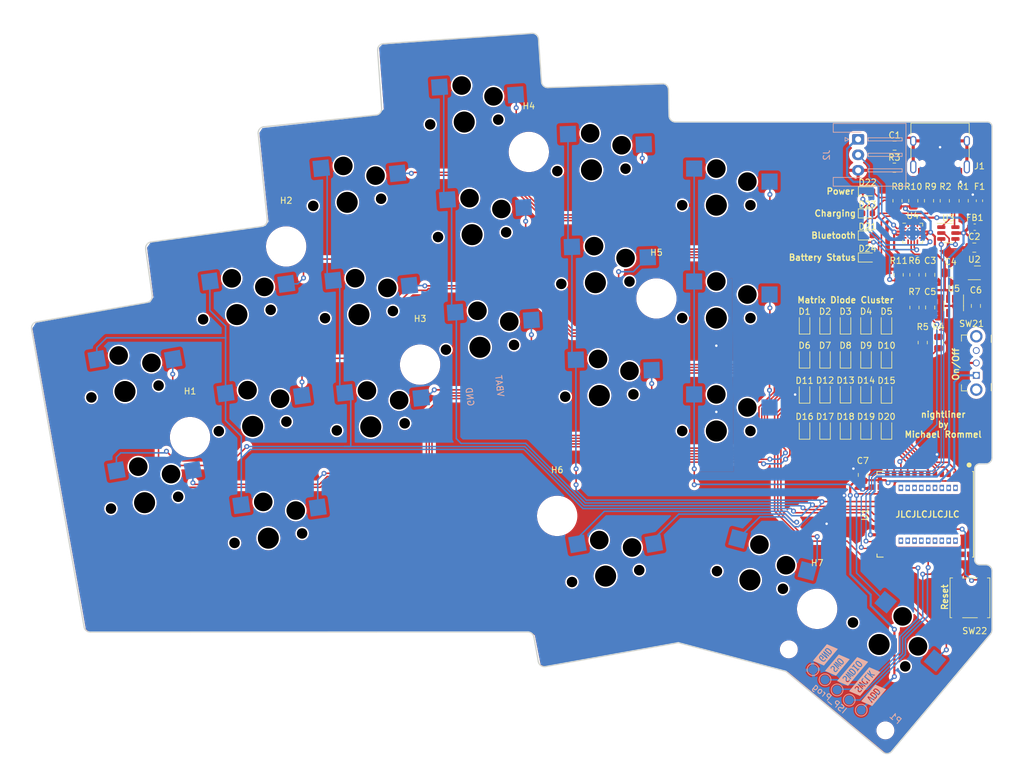
<source format=kicad_pcb>
(kicad_pcb (version 20221018) (generator pcbnew)
  (layers (0 "F.Cu" signal) (31 "B.Cu" signal) (34 "B.Paste" user) (35 "F.Paste" user) (36 "B.SilkS" user "B.Silkscreen") (37 "F.SilkS" user "F.Silkscreen") (38 "B.Mask" user) (39 "F.Mask" user) (44 "Edge.Cuts" user))
  (net 0 "")
  (net 1 "GNDS")
  (net 2 "GND")
  (net 3 "VBUS")
  (net 4 "/VBAT")
  (net 5 "VIN")
  (net 6 "Net-(SW21-B)")
  (net 7 "VDD")
  (net 8 "Net-(D1-A)")
  (net 9 "ROW0")
  (net 10 "Net-(D2-A)")
  (net 11 "Net-(D3-A)")
  (net 12 "Net-(D4-A)")
  (net 13 "Net-(D5-A)")
  (net 14 "Net-(D6-A)")
  (net 15 "ROW1")
  (net 16 "Net-(D7-A)")
  (net 17 "Net-(D8-A)")
  (net 18 "Net-(D9-A)")
  (net 19 "Net-(D10-A)")
  (net 20 "Net-(D11-A)")
  (net 21 "ROW2")
  (net 22 "Net-(D12-A)")
  (net 23 "ROW3")
  (net 24 "Net-(D13-A)")
  (net 25 "Net-(D14-A)")
  (net 26 "Net-(D15-A)")
  (net 27 "Net-(D16-A)")
  (net 28 "Net-(D17-A)")
  (net 29 "Net-(D18-A)")
  (net 30 "Net-(D19-A)")
  (net 31 "Net-(D20-A)")
  (net 32 "Net-(D21-K)")
  (net 33 "BT_LED")
  (net 34 "Net-(D22-K)")
  (net 35 "Net-(D22-A)")
  (net 36 "Net-(D23-K)")
  (net 37 "Net-(D23-A)")
  (net 38 "Net-(D24-K)")
  (net 39 "BAT_STAT")
  (net 40 "Net-(F1-Pad1)")
  (net 41 "Net-(F1-Pad2)")
  (net 42 "Net-(J1-CC1)")
  (net 43 "/DPlus")
  (net 44 "/DMinus")
  (net 46 "Net-(J1-CC2)")
  (net 48 "/BAT_TEMP")
  (net 49 "CHARGE_CTRL_1")
  (net 50 "Net-(U4-ISET)")
  (net 51 "CHARGE_CTRL_2")
  (net 52 "VSENSE")
  (net 53 "COL0")
  (net 54 "COL1")
  (net 55 "COL2")
  (net 56 "COL3")
  (net 57 "COL4")
  (net 58 "RESET")
  (net 59 "SWCLK")
  (net 60 "SWDIO")
  (net 61 "SWO")
  (net 84 "D+")
  (net 85 "D-")
  (footprint "Diode_SMD:D_SOD-323" (layer "F.Cu") (at 143.256 81.314 90)
    (fp_text reference "D11")
    (fp_text value "D_Small")
  )
  (footprint "Resistor_SMD:R_0805_2012Metric" (layer "F.Cu") (at 160.97 62.23 -90)
    (fp_text reference "R6")
    (fp_text value "806k")
  )
  (footprint "Diode_SMD:D_SOD-323" (layer "F.Cu") (at 146.558 87.122 90)
    (fp_text reference "D17")
    (fp_text value "D_Small")
  )
  (footprint "Resistor_SMD:R_0805_2012Metric" (layer "F.Cu") (at 158.242 50.292 -90)
    (fp_text reference "R8")
    (fp_text value "1k")
  )
  (footprint "LED_SMD:LED_0603_1608Metric" (layer "F.Cu") (at 153.403 59.436)
    (fp_text reference "D24")
    (fp_text value "BAT_STATUS")
  )
  (footprint "Connector_USB:USB_C_Receptacle_HRO_TYPE-C-31-M-12" (layer "F.Cu") (at 165.1 41.69 180)
    (fp_text reference "J1")
    (fp_text value "TYPE-C-31-M-12")
  )
  (footprint "miro_keyboard:Kailh_Choc_CPG135001D02_Hotswap" (layer "F.Cu") (at 54.280218 86.664522 8)
    (fp_text reference "SW6" hide)
    (fp_text value "pinky_home")
  )
  (footprint "miro_keyboard:StandOff_6mm_M3" (layer "F.Cu") (at 59.69 57.658)
    (fp_text reference "H2")
    (fp_text value "MountingHole_M3")
  )
  (footprint "miro_keyboard:Kailh_Choc_CPG135001D02_Hotswap" (layer "F.Cu") (at 69.521877 50.543944 6)
    (fp_text reference "SW2" hide)
    (fp_text value "ring_top")
  )
  (footprint "Diode_SMD:D_SOD-323" (layer "F.Cu") (at 156.464 81.314 90)
    (fp_text reference "D15")
    (fp_text value "D_Small")
  )
  (footprint "Diode_SMD:D_SOD-323" (layer "F.Cu") (at 156.464 87.122 90)
    (fp_text reference "D20")
    (fp_text value "D_Small")
  )
  (footprint "Diode_SMD:D_SOD-323" (layer "F.Cu") (at 143.256 87.122 90)
    (fp_text reference "D16")
    (fp_text value "D_Small")
  )
  (footprint "Capacitor_SMD:C_0805_2012Metric" (layer "F.Cu") (at 166.812 61.91)
    (fp_text reference "C4")
    (fp_text value "4.7uF")
  )
  (footprint "Capacitor_SMD:C_0805_2012Metric" (layer "F.Cu") (at 157.7715 41.402)
    (fp_text reference "C1")
    (fp_text value "1nF")
  )
  (footprint "miro_keyboard:HOLYIOT-18010-UndersidePins-SMD" (layer "F.Cu") (at 164.084 100.838 -90)
    (fp_text reference "U1")
    (fp_text value "holyiot-18010" hide)
  )
  (footprint "Diode_SMD:D_SOD-323" (layer "F.Cu") (at 156.464 70.172 90)
    (fp_text reference "D5")
    (fp_text value "D_Small")
  )
  (footprint "miro_keyboard:Kailh_Choc_CPG135001D02_Hotswap" (layer "F.Cu") (at 88.392865 37.602669 4)
    (fp_text reference "SW3" hide)
    (fp_text value "middle_top")
  )
  (footprint "Package_SON:WSON-6-1EP_2x2mm_P0.65mm_EP1x1.6mm" (layer "F.Cu") (at 170.622 61.91)
    (fp_text reference "U2")
    (fp_text value "TVS2200DRV")
  )
  (footprint "miro_keyboard:SW_Push_1P1T_NO_CK_KSC4xxJ" (layer "F.Cu") (at 169.926 114.3 -90)
    (fp_text reference "SW22")
    (fp_text value "RESET")
  )
  (footprint "miro_keyboard:Kailh_Choc_CPG135001D02_Hotswap" (layer "F.Cu") (at 33.705908 81.040688 10)
    (fp_text reference "SW16" hide)
    (fp_text value "outer_top")
  )
  (footprint "Capacitor_SMD:C_0603_1608Metric" (layer "F.Cu") (at 170.688 54.544 180)
    (fp_text reference "FB1")
    (fp_text value "Ferrite")
  )
  (footprint "miro_keyboard:StandOff_6mm_M3" (layer "F.Cu") (at 119.38 66.04)
    (fp_text reference "H5")
    (fp_text value "MountingHole_M3")
  )
  (footprint "Resistor_SMD:R_0805_2012Metric" (layer "F.Cu") (at 158.43 62.23 90)
    (fp_text reference "R11")
    (fp_text value "1k")
  )
  (footprint "miro_keyboard:Kailh_Choc_CPG135001D02_Hotswap" (layer "F.Cu") (at 155.272848 121.818187 -40)
    (fp_text reference "SW20" hide)
    (fp_text value "far_thumb")
  )
  (footprint "LED_SMD:LED_0603_1608Metric" (layer "F.Cu") (at 153.403 55.88)
    (fp_text reference "D21")
    (fp_text value "BT_LED")
  )
  (footprint "Resistor_SMD:R_0805_2012Metric" (layer "F.Cu") (at 164.846 73.152 90)
    (fp_text reference "R4")
    (fp_text value "10k")
  )
  (footprint "miro_keyboard:Kailh_Choc_CPG135001D02_Hotswap" (layer "F.Cu") (at 129.032302 51.006119)
    (fp_text reference "SW5" hide)
    (fp_text value "inner_top")
  )
  (footprint "miro_keyboard:Kailh_Choc_CPG135001D02_Hotswap" (layer "F.Cu") (at 134.452335 111.418932 -15)
    (fp_text reference "SW19" hide)
    (fp_text value "home_thumb")
  )
  (footprint "Resistor_SMD:R_0805_2012Metric" (layer "F.Cu") (at 160.782 50.292 -90)
    (fp_text reference "R10")
    (fp_text value "1k")
  )
  (footprint "LED_SMD:LED_0603_1608Metric" (layer "F.Cu") (at 153.403 52.324)
    (fp_text reference "D23")
    (fp_text value "CHARGE_LED")
  )
  (footprint "miro_keyboard:Kailh_Choc_CPG135001D02_Hotswap" (layer "F.Cu") (at 129.032302 69.206119)
    (fp_text reference "SW10" hide)
    (fp_text value "inner_home")
  )
  (footprint "Capacitor_SMD:C_0805_2012Metric" (layer "F.Cu") (at 163.51 67.498 -90)
    (fp_text reference "C5")
    (fp_text value "10uF")
  )
  (footprint "Diode_SMD:D_SOD-323" (layer "F.Cu") (at 149.86 87.122 90)
    (fp_text reference "D18")
    (fp_text value "D_Small")
  )
  (footprint "miro_keyboard:Kailh_Choc_CPG135001D02_Hotswap" (layer "F.Cu") (at 73.326713 86.744541 6)
    (fp_text reference "SW12" hide)
    (fp_text value "ring_bottom")
  )
  (footprint "Diode_SMD:D_SOD-323" (layer "F.Cu") (at 146.558 70.172 90)
    (fp_text reference "D2")
    (fp_text value "D_Small")
  )
  (footprint "Diode_SMD:D_SOD-323" (layer "F.Cu") (at 146.558 75.658 90)
    (fp_text reference "D7")
    (fp_text value "D_Small")
  )
  (footprint "Resistor_SMD:R_0805_2012Metric" (layer "F.Cu") (at 157.734 44.958)
    (fp_text reference "R3")
    (fp_text value "1M")
  )
  (footprint "miro_keyboard:Kailh_Choc_CPG135001D02_Hotswap" (layer "F.Cu") (at 109.536183 63.501962 2)
    (fp_text reference "SW9" hide)
    (fp_text value "index_home")
  )
  (footprint "Diode_SMD:D_SOD-323" (layer "F.Cu") (at 153.162 87.122 90)
    (fp_text reference "D19")
    (fp_text value "D_Small")
  )
  (footprint "Diode_SMD:D_SOD-323" (layer "F.Cu") (at 143.256 75.658 90)
    (fp_text reference "D6")
    (fp_text value "D_Small")
  )
  (footprint "Resistor_SMD:R_0805_2012Metric" (layer "F.Cu") (at 162.306 73.152 90)
    (fp_text reference "R5")
    (fp_text value "3.9k")
  )
  (footprint "miro_keyboard:Kailh_Choc_CPG135001D02_Hotswap" (layer "F.Cu") (at 51.747267 68.641643 8)
    (fp_text reference "SW1" hide)
    (fp_text value "pinky_top")
  )
  (footprint "Resistor_SMD:R_0805_2012Metric" (layer "F.Cu") (at 160.97 67.498 -90)
    (fp_text reference "R7")
    (fp_text value "2M")
  )
  (footprint "miro_keyboard:SW_ROCPU_SK-12D07-5_SPDT_Angled" (layer "F.Cu") (at 170.942 78.436 90)
    (fp_text reference "SW21")
    (fp_text value "ON_OFF")
  )
  (footprint "Resistor_SMD:R_0805_2012Metric" (layer "F.Cu") (at 168.91 50.292 90)
    (fp_text reference "R1")
    (fp_text value "5.1k")
  )
  (footprint "miro_keyboard:Kailh_Choc_CPG135001D02_Hotswap" (layer "F.Cu") (at 129.032302 87.406119)
    (fp_text reference "SW15" hide)
    (fp_text value "inner_bottom")
  )
  (footprint "Package_TO_SOT_SMD:SOT-23-5" (layer "F.Cu") (at 167.32 67.244 -90)
    (fp_text reference "U5")
    (fp_text value "XC6220B331MR")
  )
  (footprint "Diode_SMD:D_SOD-323" (layer "F.Cu") (at 143.256 70.172 90)
    (fp_text reference "D1")
    (fp_text value "D_Small")
  )
  (footprint "miro_keyboard:StandOff_6mm_M3" (layer "F.Cu") (at 81.28 76.708)
    (fp_text reference "H3")
    (fp_text value "MountingHole_M3")
  )
  (footprint "Resistor_SMD:R_0805_2012Metric" (layer "F.Cu") (at 163.322 50.292 90)
    (fp_text reference "R9")
    (fp_text value "1k")
  )
  (footprint "Diode_SMD:D_SOD-323" (layer "F.Cu") (at 149.86 70.172 90)
    (fp_text reference "D3")
    (fp_text value "D_Small")
  )
  (footprint "miro_keyboard:StandOff_6mm_M3" (layer "F.Cu") (at 145.288 116.078)
    (fp_text reference "H7")
    (fp_text value "MountingHole_M3")
  )
  (footprint "Package_TO_SOT_SMD:SOT-23-6" (layer "F.Cu") (at 166.4365 55.494)
    (fp_text reference "U3")
    (fp_text value "USBLC6-2SC6")
  )
  (footprint "miro_keyboard:Kailh_Choc_CPG135001D02_Hotswap" (layer "F.Cu") (at 89.662432 55.758334 4)
    (fp_text reference "SW8" hide)
    (fp_text value "middle_home")
  )
  (footprint "miro_keyboard:Kailh_Choc_CPG135001D02_Hotswap" (layer "F.Cu") (at 56.813168 104.687401 8)
    (fp_text reference "SW11" hide)
    (fp_text value "pinky_bottom")
  )
  (footprint "miro_keyboard:Kailh_Choc_CPG135001D02_Hotswap" (layer "F.Cu") (at 108.901012 45.313049 2)
    (fp_text reference "SW4" hide)
    (fp_text value "index_top")
  )
  (footprint "miro_keyboard:StandOff_6mm_M3" (layer "F.Cu") (at 103.378 101.092)
    (fp_text reference "H6")
    (fp_text value "MountingHole_M3")
  )
  (footprint "Diode_SMD:D_SOD-323" (layer "F.Cu") (at 153.162 70.172 90)
    (fp_text reference "D4")
    (fp_text value "D_Small")
  )
  (footprint "LED_SMD:LED_0603_1608Metric" (layer "F.Cu") (at 153.416 48.768)
    (fp_text reference "D22")
    (fp_text value "PWR_GOOD_LED")
  )
  (footprint "Diode_SMD:D_SOD-323" (layer "F.Cu") (at 153.162 81.28 90)
    (fp_text reference "D14")
    (fp_text value "D_Small")
  )
  (footprint "miro_keyboard:Kailh_Choc_CPG135001D02_Hotswap" (layer "F.Cu") (at 90.932 73.914 4)
    (fp_text reference "SW13" hide)
    (fp_text value "middle_bottom")
  )
  (footprint "miro_keyboard:Kailh_Choc_CPG135001D02_Hotswap" (layer "F.Cu") (at 36.866305 98.964189 10)
    (fp_text reference "SW17" hide)
    (fp_text value "outer_home")
  )
  (footprint "miro_keyboard:Kailh_Choc_CPG135001D02_Hotswap" (layer "F.Cu") (at 71.424295 68.644242 6)
    (fp_text reference "SW7" hide)
    (fp_text value "ring_home")
  )
  (footprint "Capacitor_SMD:C_0805_2012Metric" (layer "F.Cu") (at 152.654 94.488 90)
    (fp_text reference "C7")
    (fp_text value "10uF")
  )
  (footprint "Capacitor_SMD:C_0805_2012Metric" (layer "F.Cu") (at 170.622 57.846)
    (fp_text reference "C2")
    (fp_text value "1uF")
  )
  (footprint "miro_keyboard:Kailh_Choc_CPG135001D02_Hotswap" (layer "F.Cu") (at 110.171354 81.690875 2)
    (fp_text reference "SW14" hide)
    (fp_text value "index_bottom")
  )
  (footprint "miro_keyboard:StandOff_6mm_M3" (layer "F.Cu") (at 98.806 42.418)
    (fp_text reference "H4")
    (fp_text value "MountingHole_M3")
  )
  (footprint "Capacitor_SMD:C_0805_2012Metric" (layer "F.Cu") (at 170.876 67.244 90)
    (fp_text reference "C6")
    (fp_text value "10uF")
  )
  (footprint "Diode_SMD:D_SOD-323" (layer "F.Cu") (at 153.162 75.658 90)
    (fp_text reference "D9")
    (fp_text value "D_Small")
  )
  (footprint "Diode_SMD:D_SOD-323" (layer "F.Cu") (at 149.86 75.658 90)
    (fp_text reference "D8")
    (fp_text value "D_Small")
  )
  (footprint "Diode_SMD:D_SOD-323" (layer "F.Cu") (at 156.464 75.658 90)
    (fp_text reference "D10")
    (fp_text value "D_Small")
  )
  (footprint "Diode_SMD:D_SOD-323" (layer "F.Cu") (at 149.86 81.28 90)
    (fp_text reference "D13")
    (fp_text value "D_Small")
  )
  (footprint "Fuse:Fuse_0603_1608Metric" (layer "F.Cu") (at 171.45 50.292 -90)
    (fp_text reference "F1")
    (fp_text value "500mA")
  )
  (footprint "miro_keyboard:StandOff_6mm_M3" (layer "F.Cu") (at 44.196 88.392)
    (fp_text reference "H1")
    (fp_text value "Standoff_6mm_M3")
  )
  (footprint "Capacitor_SMD:C_0805_2012Metric" (layer "F.Cu") (at 163.51 62.23 -90)
    (fp_text reference "C3")
    (fp_text value "4.7uF")
  )
  (footprint "miro_keyboard:Kailh_Choc_CPG135001D02_Hotswap" (layer "F.Cu") (at 111.187627 110.793136 10)
    (fp_text reference "SW18" hide)
    (fp_text value "near_thumb")
  )
  (footprint "Diode_SMD:D_SOD-323" (layer "F.Cu") (at 146.558 81.28 90)
    (fp_text reference "D12")
    (fp_text value "D_Small")
  )
  (footprint "Resistor_SMD:R_0805_2012Metric" (layer "F.Cu") (at 165.862 50.292 90)
    (fp_text reference "R2")
    (fp_text value "5.1k")
  )
  (footprint "miro_keyboard:VQFN-16-1EP_3x3mm_P0.5mm_EP1.6x1.6mm_ThermalVias" (layer "F.Cu") (at 160.6955 55.518)
    (fp_text reference "U4")
    (fp_text value "BQ24075RGT")
  )
  (footprint "Connector_JST:JST_XH_S3B-XH-A-1_1x03_P2.50mm_Horizontal" (layer "B.Cu") (at 151.892 40.386 -90)
    (fp_text reference "J2")
    (fp_text value "Battery")
  )
  (footprint "miro_keyboard:ISP_Programming_Pads" (layer "B.Cu") (at 156.286764 135.671403 140)
    (fp_text reference "P1")
    (fp_text value "ISP_Prog")
  )
  (gr_arc (start 74.430166 26.043039) (mid 74.673022 25.317235) (end 75.357973 24.975718) (stroke (width 0.2)) (layer "Edge.Cuts"))
  (gr_line (start 19.463111 69.827545) (end 37.275512 66.686738) (stroke (width 0.2)) (layer "Edge.Cuts"))
  (gr_line (start 74.430166 26.043039) (end 75.084814 35.404943) (stroke (width 0.2)) (layer "Edge.Cuts"))
  (gr_line (start 172.465991 92.71) (end 171.45 92.710001) (stroke (width 0.2)) (layer "Edge.Cuts"))
  (gr_line (start 101.881091 32.049017) (end 120.286206 31.406296) (stroke (width 0.2)) (layer "Edge.Cuts"))
  (gr_line (start 140.247989 126.14618) (end 155.894551 139.170882) (stroke (width 0.2)) (layer "Edge.Cuts"))
  (gr_line (start 37.039475 58.072711) (end 38.092132 65.562757) (stroke (width 0.2)) (layer "Edge.Cuts"))
  (gr_line (start 56.067979 38.37411) (end 74.191778 36.469222) (stroke (width 0.2)) (layer "Edge.Cuts"))
  (gr_arc (start 18.651952 70.986001) (mid 18.817606 70.238775) (end 19.463111 69.827545) (stroke (width 0.2)) (layer "Edge.Cuts"))
  (gr_arc (start 172.466 108.966) (mid 173.184413 109.263572) (end 173.482 109.981979) (stroke (width 0.2)) (layer "Edge.Cuts"))
  (gr_arc (start 101.881091 32.049017) (mid 101.177045 31.792775) (end 100.848627 31.119382) (stroke (width 0.2)) (layer "Edge.Cuts"))
  (gr_line (start 18.651952 70.986001) (end 27.117404 118.995965) (stroke (width 0.2)) (layer "Edge.Cuts"))
  (gr_line (start 100.366831 24.229371) (end 100.848627 31.119382) (stroke (width 0.2)) (layer "Edge.Cuts"))
  (gr_arc (start 122.428 37.591377) (mid 121.71002 37.29398) (end 121.412623 36.576) (stroke (width 0.2)) (layer "Edge.Cuts"))
  (gr_line (start 37.89057 56.94327) (end 55.779506 54.429144) (stroke (width 0.2)) (layer "Edge.Cuts"))
  (gr_line (start 122.909135 121.532397) (end 140.247989 126.14618) (stroke (width 0.2)) (layer "Edge.Cuts"))
  (gr_arc (start 56.634855 53.334347) (mid 56.428348 54.054551) (end 55.779506 54.429144) (stroke (width 0.2)) (layer "Edge.Cuts"))
  (gr_arc (start 99.29951 23.301563) (mid 100.025326 23.544411) (end 100.366831 24.229371) (stroke (width 0.2)) (layer "Edge.Cuts"))
  (gr_line (start 98.684662 119.809671) (end 28.10257 119.822316) (stroke (width 0.2)) (layer "Edge.Cuts"))
  (gr_line (start 99.627923 120.625489) (end 100.335956 124.570797) (stroke (width 0.2)) (layer "Edge.Cuts"))
  (gr_line (start 157.303383 139.047625) (end 173.228 120.142) (stroke (width 0.2)) (layer "Edge.Cuts"))
  (gr_line (start 171.449992 108.966) (end 172.466 108.966) (stroke (width 0.2)) (layer "Edge.Cuts"))
  (gr_arc (start 157.303383 139.047625) (mid 156.624507 139.401047) (end 155.894551 139.170882) (stroke (width 0.2)) (layer "Edge.Cuts"))
  (gr_line (start 121.320496 32.370787) (end 121.412623 36.576) (stroke (width 0.2)) (layer "Edge.Cuts"))
  (gr_arc (start 55.177985 39.47316) (mid 55.395377 38.739319) (end 56.067979 38.37411) (stroke (width 0.2)) (layer "Edge.Cuts"))
  (gr_line (start 75.357973 24.975718) (end 99.29951 23.301563) (stroke (width 0.2)) (layer "Edge.Cuts"))
  (gr_arc (start 38.092132 65.562758) (mid 37.91088 66.289714) (end 37.275512 66.686738) (stroke (width 0.2)) (layer "Edge.Cuts"))
  (gr_arc (start 37.039475 58.072711) (mid 37.231124 57.331738) (end 37.89057 56.94327) (stroke (width 0.2)) (layer "Edge.Cuts"))
  (gr_line (start 101.494412 125.381957) (end 122.909135 121.532397) (stroke (width 0.2)) (layer "Edge.Cuts"))
  (gr_line (start 55.177985 39.47316) (end 56.634855 53.334347) (stroke (width 0.2)) (layer "Edge.Cuts"))
  (gr_arc (start 171.449992 108.966) (mid 170.911175 108.742805) (end 170.688 108.20398) (stroke (width 0.2)) (layer "Edge.Cuts"))
  (gr_arc (start 172.719989 37.592) (mid 173.258812 37.815181) (end 173.482 38.354001) (stroke (width 0.2)) (layer "Edge.Cuts"))
  (gr_line (start 170.688001 93.472) (end 170.688 108.20398) (stroke (width 0.2)) (layer "Edge.Cuts"))
  (gr_arc (start 120.286205 31.406296) (mid 121.003123 31.674333) (end 121.320496 32.370787) (stroke (width 0.2)) (layer "Edge.Cuts"))
  (gr_line (start 122.428 37.591999) (end 172.719989 37.592) (stroke (width 0.2)) (layer "Edge.Cuts"))
  (gr_arc (start 170.688001 93.472) (mid 170.911185 92.933185) (end 171.45 92.710001) (stroke (width 0.2)) (layer "Edge.Cuts"))
  (gr_line (start 173.482 38.354001) (end 173.482 91.694) (stroke (width 0.2)) (layer "Edge.Cuts"))
  (gr_arc (start 98.684662 119.809672) (mid 99.301304 120.049915) (end 99.627923 120.625489) (stroke (width 0.2)) (layer "Edge.Cuts"))
  (gr_arc (start 28.10257 119.822316) (mid 27.45954 119.588487) (end 27.117353 118.995974) (stroke (width 0.2)) (layer "Edge.Cuts"))
  (gr_arc (start 101.494412 125.381957) (mid 100.747187 125.216292) (end 100.335956 124.570797) (stroke (width 0.2)) (layer "Edge.Cuts"))
  (gr_arc (start 75.084814 35.404943) (mid 74.853255 36.117459) (end 74.191778 36.469222) (stroke (width 0.2)) (layer "Edge.Cuts"))
  (gr_arc (start 173.482 91.694) (mid 173.184417 92.412424) (end 172.465991 92.71) (stroke (width 0.2)) (layer "Edge.Cuts"))
  (gr_arc (start 173.482 119.38) (mid 173.416828 119.781609) (end 173.228 120.142) (stroke (width 0.2)) (layer "Edge.Cuts"))
  (gr_line (start 173.482 109.981979) (end 173.482 119.38) (stroke (width 0.2)) (layer "Edge.Cuts"))
  (gr_text "GND" (at 88.9 83.566 -83) (layer "B.SilkS") (effects (font (size 1 1)) (justify left bottom mirror)))
  (gr_text "VBAT" (at 93.726 82.042 -83) (layer "B.SilkS") (effects (font (size 1 1)) (justify left bottom mirror)))
  (gr_text "On/Off" (at 167.64 73.914 90) (layer "F.SilkS") (effects (font (size 1 1) (thickness 0.2) bold) (justify right)))
  (gr_text "Reset" (at 165.862 112.014 90) (layer "F.SilkS") (effects (font (size 1 1) (thickness 0.2) bold) (justify right)))
  (gr_text "nightliner\nby\nMichael Rommel" (at 165.608 86.36) (layer "F.SilkS") (effects (font (size 1 1) (thickness 0.2) bold)))
  (gr_text "Matrix Diode Cluster" (at 149.86 66.294) (layer "F.SilkS") (effects (font (size 1 1) (thickness 0.2) bold)))
  (gr_text "JLCJLCJLCJLC" (at 163.068 100.838) (layer "F.SilkS") (effects (font (size 1 1) (thickness 0.2) bold)))
  (gr_text "Power" (at 151.384 48.768) (layer "F.SilkS") (effects (font (size 1 1) (thickness 0.2) bold) (justify right)))
  (gr_text "Bluetooth" (at 151.638 55.88) (layer "F.SilkS") (effects (font (size 1 1) (thickness 0.2) bold) (justify right)))
  (gr_text "Charging" (at 151.638 52.324) (layer "F.SilkS") (effects (font (size 1 1) (thickness 0.2) bold) (justify right)))
  (gr_text "Battery Status" (at 151.638 59.436) (layer "F.SilkS") (effects (font (size 1 1) (thickness 0.2) bold) (justify right)))
  (segment (start 160.272 40.132) (end 160.78 40.64) (width 0.35) (layer "F.Cu") (net 1))
  (segment (start 160.78 40.64) (end 160.78 44.82) (width 0.5) (layer "F.Cu") (net 1))
  (segment (start 156.8215 40.7905) (end 157.48 40.132) (width 0.35) (layer "F.Cu") (net 1))
  (segment (start 169.42 40.64) (end 169.42 44.82) (width 0.5) (layer "F.Cu") (net 1))
  (segment (start 156.8215 41.402) (end 156.8215 40.7905) (width 0.35) (layer "F.Cu") (net 1))
  (segment (start 157.48 40.132) (end 160.272 40.132) (width 0.35) (layer "F.Cu") (net 1))
  (segment (start 156.8215 41.402) (end 156.8215 44.958) (width 0.35) (layer "F.Cu") (net 1))
  (segment (start 169.42 40.64) (end 160.78 40.64) (width 0.5) (layer "F.Cu") (net 1))
  (segment (start 168.1605 91.186) (end 164.5885 91.186) (width 0.35) (layer "F.Cu") (net 2))
  (segment (start 151.196 93.538) (end 151.13 93.472) (width 0.35) (layer "F.Cu") (net 2))
  (segment (start 169.7345 61.91) (end 169.7345 62.56) (width 0.35) (layer "F.Cu") (net 2))
  (segment (start 169.784 94.388) (end 169.784 105.552) (width 0.35) (layer "F.Cu") (net 2))
  (segment (start 169.7345 61.26) (end 169.7345 57.9085) (width 0.35) (layer "F.Cu") (net 2))
  (segment (start 169.7345 64.3245) (end 170.876 65.466) (width 0.35) (layer "F.Cu") (net 2))
  (segment (start 169.7345 61.91) (end 169.7345 61.26) (width 0.35) (layer "F.Cu") (net 2))
  (segment (start 170.876 65.466) (end 170.876 66.294) (width 0.35) (layer "F.Cu") (net 2))
  (segment (start 158.7215 44.883) (end 158.6465 44.958) (width 0.35) (layer "F.Cu") (net 2))
  (segment (start 168.1605 70.6245) (end 168.1605 91.186) (width 0.35) (layer "F.Cu") (net 2))
  (segment (start 166.56 56.370749) (end 165.683251 55.494) (width 0.25) (layer "F.Cu") (net 2))
  (segment (start 166.955 69.419) (end 168.1605 70.6245) (width 0.35) (layer "F.Cu") (net 2))
  (segment (start 167.32 67.244) (end 169.926 67.244) (width 0.35) (layer "F.Cu") (net 2))
  (segment (start 169.926 67.244) (end 170.876 66.294) (width 0.35) (layer "F.Cu") (net 2))
  (segment (start 159.512 46.482) (end 158.6465 45.6165) (width 0.35) (layer "F.Cu") (net 2))
  (segment (start 169.7345 62.56) (end 169.7345 64.3245) (width 0.35) (layer "F.Cu") (net 2))
  (segment (start 169.7345 57.9085) (end 169.672 57.846) (width 0.35) (layer "F.Cu") (net 2))
  (segment (start 162.24 64.384) (end 162.24 68.4105) (width 0.25) (layer "F.Cu") (net 2))
  (segment (start 161.85 45.735) (end 161.85 46.176) (width 0.35) (layer "F.Cu") (net 2))
  (segment (start 167.926 116.84) (end 167.926 111.4) (width 0.35) (layer "F.Cu") (net 2))
  (segment (start 169.784 92.8095) (end 168.1605 91.186) (width 0.35) (layer "F.Cu") (net 2))
  (segment (start 152.654 93.538) (end 151.196 93.538) (width 0.35) (layer "F.Cu") (net 2))
  (segment (start 149.606 97.79) (end 149.606 94.996) (width 0.35) (layer "F.Cu") (net 2))
  (segment (start 163.4725 68.4105) (end 163.51 68.448) (width 0.25) (layer "F.Cu") (net 2))
  (segment (start 169.672 57.846) (end 169.455 58.063) (width 0.25) (layer "F.Cu") (net 2))
  (segment (start 169.455 58.063) (end 166.56 58.063) (width 0.25) (layer "F.Cu") (net 2))
  (segment (start 169.784 105.552) (end 169.102 106.234) (width 0.35) (layer "F.Cu") (net 2))
  (segment (start 158.6465 45.6165) (end 158.6465 44.958) (width 0.35) (layer "F.Cu") (net 2))
  (segment (start 167.32 66.1065) (end 167.32 67.244) (width 0.35) (layer "F.Cu") (net 2))
  (segment (start 167.926 111.4) (end 169.784 109.542) (width 0.35) (layer "F.Cu") (net 2))
  (segment (start 165.683251 55.494) (end 165.299 55.494) (width 0.25) (layer "F.Cu") (net 2))
  (segment (start 164.714 67.244) (end 163.51 68.448) (width 0.35) (layer "F.Cu") (net 2))
  (segment (start 165.862 49.3795) (end 163.322 49.3795) (width 0.35) (layer "F.Cu") (net 2))
  (segment (start 168.35 47.1795) (end 168.402 47.2315) (width 0.35) (layer "F.Cu") (net 2))
  (segment (start 161.544 46.482) (end 159.512 46.482) (width 0.35) (layer "F.Cu") (net 2))
  (segment (start 156.584 106.838) (end 156.584 107.288) (width 0.35) (layer "F.Cu") (net 2))
  (segment (start 170.3755 49.302905) (end 170.298905 49.3795) (width 0.35) (layer "F.Cu") (net 2))
  (segment (start 169.102 106.234) (end 157.188 106.234) (width 0.35) (layer "F.Cu") (net 2))
  (segment (start 163.51 63.114) (end 162.24 64.384) (width 0.25) (layer "F.Cu") (net 2))
  (segment (start 170.298905 49.3795) (end 168.91 49.3795) (width 0.35) (layer "F.Cu") (net 2))
  (segment (start 160.97 68.4105) (end 162.24 68.4105) (width 0.35) (layer "F.Cu") (net 2))
  (segment (start 168.35 45.735) (end 168.35 47.1795) (width 0.35) (layer "F.Cu") (net 2))
  (segment (start 162.24 68.4105) (end 163.4725 68.4105) (width 0.35) (layer "F.Cu") (net 2))
  (segment (start 161.85 46.176) (end 161.544 46.482) (width 0.35) (layer "F.Cu") (net 2))
  (segment (start 166.56 58.063) (end 166.56 56.370749) (width 0.25) (layer "F.Cu") (net 2))
  (segment (start 163.51 68.448) (end 164.481 69.419) (width 0.35) (layer "F.Cu") (net 2))
  (segment (start 161.85 47.9075) (end 163.322 49.3795) (width 0.35) (layer "F.Cu") (net 2))
  (segment (start 149.606 94.996) (end 151.13 93.472) (width 0.35) (layer "F.Cu") (net 2))
  (segment (start 169.784 109.542) (end 169.784 107.288) (width 0.35) (layer "F.Cu") (net 2))
  (segment (start 164.714 67.244) (end 167.32 67.244) (width 0.35) (layer "F.Cu") (net 2))
  (segment (start 164.481 69.419) (end 166.955 69.419) (width 0.35) (layer "F.Cu") (net 2))
  (segment (start 167.762 61.91) (end 169.606 61.91) (width 0.35) (layer "F.Cu") (net 2))
  (segment (start 157.188 106.234) (end 156.584 106.838) (width 0.35) (layer "F.Cu") (net 2))
  (segment (start 161.85 45.735) (end 161.85 47.9075) (width 0.35) (layer "F.Cu") (net 2))
  (segment (start 169.784 94.388) (end 169.784 92.8095) (width 0.35) (layer "F.Cu") (net 2))
  (segment (start 158.7215 41.402) (end 158.7215 44.883) (width 0.35) (layer "F.Cu") (net 2))
  (via (at 151.13 93.472) (size 0.8) (drill 0.4) (layers "F.Cu" "B.Cu") (net 2))
  (via (at 165.1 41.656) (size 0.8) (drill 0.4) (layers "F.Cu" "B.Cu") (net 2))
  (via (at 149.606 97.79) (size 0.8) (drill 0.4) (layers "F.Cu" "B.Cu") (net 2))
  (via (at 152.654 96.774) (size 0.8) (drill 0.4) (layers "F.Cu" "B.Cu") (net 2))
  (via (at 170.3755 49.302905) (size 0.8) (drill 0.4) (layers "F.Cu" "B.Cu") (net 2))
  (via (at 129.032 73.66) (size 0.8) (drill 0.4) (layers "F.Cu" "B.Cu") (net 2))
  (via (at 168.402 47.2315) (size 0.8) (drill 0.4) (layers "F.Cu" "B.Cu") (net 2))
  (via (at 141.732 81.534) (size 0.8) (drill 0.4) (layers "F.Cu" "B.Cu") (net 2))
  (via (at 164.5885 91.186) (size 0.8) (drill 0.4) (layers "F.Cu" "B.Cu") (net 2))
  (via (at 129.032 84.328) (size 0.8) (drill 0.4) (layers "F.Cu" "B.Cu") (net 2))
  (via (at 169.606 52.512) (size 0.8) (drill 0.4) (layers "F.Cu" "B.Cu") (net 2))
  (via (at 146.812 102.362) (size 0.8) (drill 0.4) (layers "F.Cu" "B.Cu") (net 2))
  (segment (start 164.5885 91.9515) (end 163.161 93.379) (width 0.35) (layer "B.Cu") (net 2))
  (segment (start 157.988 120.984016) (end 157.988 122.988102) (width 0.35) (layer "B.Cu") (net 2))
  (segment (start 149.297106 127.508) (end 147.666728 125.877622) (width 0.35) (layer "B.Cu") (net 2))
  (segment (start 153.162 114.053909) (end 153.162 116.158016) (width 0.35) (layer "B.Cu") (net 2))
  (segment (start 170.3755 49.302905) (end 170.3755 48.7095) (width 0.35) (layer "B.Cu") (net 2))
  (segment (start 147.666728 125.877622) (end 144.614991 125.877622) (width 0.35) (layer "B.Cu") (net 2))
  (segment (start 153.468102 127.508) (end 149.297106 127.508) (width 0.35) (layer "B.Cu") (net 2))
  (segment (start 163.161 93.379) (end 151.223 93.379) (width 0.35) (layer "B.Cu") (net 2))
  (segment (start 164.5885 91.186) (end 164.5885 91.9515) (width 0.35) (layer "B.Cu") (net 2))
  (segment (start 149.606 97.79) (end 149.606 110.497909) (width 0.35) (layer "B.Cu") (net 2))
  (segment (start 170.3755 48.7095) (end 168.8975 47.2315) (width 0.35) (layer "B.Cu") (net 2))
  (segment (start 168.8975 47.2315) (end 168.402 47.2315) (width 0.35) (layer "B.Cu") (net 2))
  (segment (start 149.606 110.497909) (end 153.162 114.053909) (width 0.35) (layer "B.Cu") (net 2))
  (segment (start 151.223 93.379) (end 151.13 93.472) (width 0.35) (layer "B.Cu") (net 2))
  (segment (start 157.988 122.988102) (end 153.468102 127.508) (width 0.35) (layer "B.Cu") (net 2))
  (segment (start 153.162 116.158016) (end 157.988 120.984016) (width 0.35) (layer "B.Cu") (net 2))
  (segment (start 171.5095 62.56) (end 171.5095 57.9085) (width 0.35) (layer "F.Cu") (net 3))
  (segment (start 171.5095 57.9085) (end 171.572 57.846) (width 0.25) (layer "F.Cu") (net 3))
  (segment (start 167.574 55.494) (end 168.884 55.494) (width 0.5) (layer "F.Cu") (net 3))
  (segment (start 169.834 54.544) (end 168.884 55.494) (width 0.5) (layer "F.Cu") (net 3))
  (segment (start 171.572 57.846) (end 169.22 55.494) (width 0.35) (layer "F.Cu") (net 3))
  (segment (start 155.382 104.14) (end 155.384 104.138) (width 0.5) (layer "F.Cu") (net 3))
  (segment (start 153.8615 104.14) (end 155.382 104.14) (width 0.5) (layer "F.Cu") (net 3))
  (segment (start 161.4455 53.3065) (end 161.4455 54.0805) (width 0.35) (layer "F.Cu") (net 3))
  (segment (start 164.5745 53.02) (end 161.732 53.02) (width 0.35) (layer "F.Cu") (net 3))
  (segment (start 169.22 55.494) (end 168.884 55.494) (width 0.35) (layer "F.Cu") (net 3))
  (segment (start 161.732 53.02) (end 161.4455 53.3065) (width 0.35) (layer "F.Cu") (net 3))
  (via (at 168.884 55.494) (size 0.8) (drill 0.4) (layers "F.Cu" "B.Cu") (net 3))
  (via (at 164.5745 53.02) (size 0.8) (drill 0.4) (layers "F.Cu" "B.Cu") (net 3))
  (via (at 153.8615 104.14) (size 0.8) (drill 0.4) (layers "F.Cu" "B.Cu") (net 3))
  (segment (start 157.039016 94.729) (end 157.052016 94.742) (width 0.35) (layer "B.Cu") (net 3))
  (segment (start 168.884 57.171) (end 168.884 55.494) (width 0.35) (layer "B.Cu") (net 3))
  (segment (start 154.545 95.137) (end 154.953 94.729) (width 0.35) (layer "B.Cu") (net 3))
  (segment (start 166.558 92.776) (end 166.558 59.497) (width 0.35) (layer "B.Cu") (net 3))
  (segment (start 154.545 97.110388) (end 154.545 95.137) (width 0.35) (layer "B.Cu") (net 3))
  (segment (start 153.8615 104.14) (end 153.8615 97.793888) (width 0.35) (layer "B.Cu") (net 3))
  (segment (start 168.336 53.02) (end 168.884 53.568) (width 0.35) (layer "B.Cu") (net 3))
  (segment (start 153.8615 97.793888) (end 154.545 97.110388) (width 0.35) (layer "B.Cu") (net 3))
  (segment (start 168.884 53.568) (end 168.884 55.494) (width 0.35) (layer "B.Cu") (net 3))
  (segment (start 164.592 94.742) (end 166.558 92.776) (width 0.35) (layer "B.Cu") (net 3))
  (segment (start 154.953 94.729) (end 157.039016 94.729) (width 0.35) (layer "B.Cu") (net 3))
  (segment (start 164.5745 53.02) (end 168.336 53.02) (width 0.35) (layer "B.Cu") (net 3))
  (segment (start 157.052016 94.742) (end 164.592 94.742) (width 0.35) (layer "B.Cu") (net 3))
  (segment (start 166.558 59.497) (end 168.884 57.171) (width 0.35) (layer "B.Cu") (net 3))
  (segment (start 157.692312 58.039812) (end 157.692312 55.332862) (width 0.35) (layer "F.Cu") (net 4))
  (segment (start 157.757174 55.268) (end 159.258 55.268) (width 0.35) (layer "F.Cu") (net 4))
  (segment (start 160.97 61.3175) (end 157.692312 58.039812) (width 0.35) (layer "F.Cu") (net 4))
  (segment (start 159.258 55.768) (end 158.12745 55.768) (width 0.35) (layer "F.Cu") (net 4))
  (segment (start 163.4725 61.3175) (end 163.51 61.28) (width 0.35) (layer "F.Cu") (net 4))
  (segment (start 160.97 61.3175) (end 163.4725 61.3175) (width 0.35) (layer "F.Cu") (net 4))
  (segment (start 157.692312 55.332862) (end 157.757174 55.268) (width 0.35) (layer "F.Cu") (net 4))
  (segment (start 158.12745 55.768) (end 157.692312 55.332862) (width 0.35) (layer "F.Cu") (net 4))
  (via (at 157.692312 55.332862) (size 0.8) (drill 0.4) (layers "F.Cu" "B.Cu") (net 4))
  (segment (start 155.194 52.912016) (end 155.194 48.006) (width 0.35) (layer "B.Cu") (net 4))
  (segment (start 154.432 47.244) (end 151.13 47.244) (width 0.35) (layer "B.Cu") (net 4))
  (segment (start 151.13 47.244) (end 150.114 46.228) (width 0.35) (layer "B.Cu") (net 4))
  (segment (start 150.114 46.228) (end 150.114 41.91) (width 0.35) (layer "B.Cu") (net 4))
  (segment (start 150.114 41.91) (end 151.638 40.386) (width 0.35) (layer "B.Cu") (net 4))
  (segment (start 155.194 48.006) (end 154.432 47.244) (width 0.35) (layer "B.Cu") (net 4))
  (segment (start 157.692312 55.332862) (end 157.7095 55.315674) (width 0.35) (layer "B.Cu") (net 4))
  (segment (start 157.692312 55.332862) (end 157.614846 55.332862) (width 0.35) (layer "B.Cu") (net 4))
  (segment (start 151.638 40.386) (end 151.892 40.386) (width 0.35) (layer "B.Cu") (net 4))
  (segment (start 157.614846 55.332862) (end 155.194 52.912016) (width 0.35) (layer "B.Cu") (net 4))
  (segment (start 166.37 64.704) (end 166.37 66.1065) (width 0.35) (layer "F.Cu") (net 5))
  (segment (start 162.926 55.768) (end 163.322 55.372) (width 0.35) (layer "F.Cu") (net 5))
  (segment (start 162.133 55.768) (end 162.926 55.768) (width 0.35) (layer "F.Cu") (net 5))
  (segment (start 163.51 65.212) (end 164.018 64.704) (width 0.35) (layer "F.Cu") (net 5))
  (segment (start 165.862 60.198) (end 164.2615 58.5975) (width 0.35) (layer "F.Cu") (net 5))
  (segment (start 164.2615 58.5975) (end 163.931 58.928) (width 0.25) (layer "F.Cu") (net 5))
  (segment (start 165.862 61.91) (end 165.862 64.516) (width 0.35) (layer "F.Cu") (net 5))
  (segment (start 163.576 55.372) (end 163.322 55.372) (width 0.35) (layer "F.Cu") (net 5))
  (segment (start 163.931 58.928) (end 160.989195 58.928) (width 0.25) (layer "F.Cu") (net 5))
  (segment (start 163.322 55.372) (end 163.218 55.268) (width 0.35) (layer "F.Cu") (net 5))
  (segment (start 164.2615 56.0575) (end 163.576 55.372) (width 0.35) (layer "F.Cu") (net 5))
  (segment (start 167.828 64.704) (end 166.37 64.704) (width 0.35) (layer "F.Cu") (net 5))
  (segment (start 160.989195 58.928) (end 160.4455 58.384305) (width 0.25) (layer "F.Cu") (net 5))
  (segment (start 159.512 51.2045) (end 160.782 51.2045) (width 0.35) (layer "F.Cu") (net 5))
  (segment (start 158.242 51.2045) (end 159.512 51.2045) (width 0.35) (layer "F.Cu") (net 5))
  (segment (start 160.4455 58.384305) (end 160.4455 56.9555) (width 0.25) (layer "F.Cu") (net 5))
  (segment (start 168.27 65.146) (end 167.828 64.704) (width 0.35) (layer "F.Cu") (net 5))
  (segment (start 165.862 61.91) (end 165.862 60.198) (width 0.35) (layer "F.Cu") (net 5))
  (segment (start 165.862 64.516) (end 166.05 64.704) (width 0.35) (layer "F.Cu") (net 5))
  (segment (start 168.27 66.1065) (end 168.27 65.146) (width 0.35) (layer "F.Cu") (net 5))
  (segment (start 163.218 55.268) (end 162.133 55.268) (width 0.35) (layer "F.Cu") (net 5))
  (segment (start 159.512 51.2045) (end 159.512 51.562) (width 0.35) (layer "F.Cu") (net 5))
  (segment (start 164.2615 58.5975) (end 164.2615 56.0575) (width 0.35) (layer "F.Cu") (net 5))
  (segment (start 163.51 66.548) (end 163.51 65.212) (width 0.35) (layer "F.Cu") (net 5))
  (segment (start 166.05 64.704) (end 166.37 64.704) (width 0.35) (layer "F.Cu") (net 5))
  (segment (start 164.018 64.704) (end 166.05 64.704) (width 0.35) (layer "F.Cu") (net 5))
  (via (at 163.576 55.372) (size 0.8) (drill 0.4) (layers "F.Cu" "B.Cu") (net 5))
  (via (at 159.512 51.562) (size 0.8) (drill 0.4) (layers "F.Cu" "B.Cu") (net 5))
  (segment (start 162.052 52.07) (end 163.576 53.594) (width 0.35) (layer "B.Cu") (net 5))
  (segment (start 163.576 53.594) (end 163.576 55.372) (width 0.35) (layer "B.Cu") (net 5))
  (segment (start 160.02 52.07) (end 162.052 52.07) (width 0.35) (layer "B.Cu") (net 5))
  (segment (start 159.512 51.562) (end 160.02 52.07) (width 0.35) (layer "B.Cu") (net 5))
  (segment (start 168.7105 68.822) (end 168.7105 75.4925) (width 0.35) (layer "F.Cu") (net 6))
  (segment (start 169.654 76.436) (end 170.942 76.436) (width 0.35) (layer "F.Cu") (net 6))
  (segment (start 170.876 68.194) (end 168.4575 68.194) (width 0.25) (layer "F.Cu") (net 6))
  (segment (start 168.4575 68.194) (end 168.27 68.3815) (width 0.25) (layer "F.Cu") (net 6))
  (segment (start 168.27 68.3815) (end 168.7105 68.822) (width 0.35) (layer "F.Cu") (net 6))
  (segment (start 168.7105 75.4925) (end 169.654 76.436) (width 0.35) (layer "F.Cu") (net 6))
  (segment (start 156.298 95.338) (end 155.384 95.338) (width 0.35) (layer "F.Cu") (net 7))
  (segment (start 152.654 95.438) (end 152.754 95.338) (width 0.35) (layer "F.Cu") (net 7))
  (segment (start 151.45 95.438) (end 152.654 95.438) (width 0.35) (layer "F.Cu") (net 7))
  (segment (start 150.622 96.266) (end 151.45 95.438) (width 0.35) (layer "F.Cu") (net 7))
  (segment (start 157.734 127) (end 157.734 119.38) (width 0.35) (layer "F.Cu") (net 7))
  (segment (start 150.622 97.79) (end 150.622 96.266) (width 0.35) (layer "F.Cu") (net 7))
  (segment (start 156.718 95.758) (end 156.298 95.338) (width 0.35) (layer "F.Cu") (net 7))
  (segment (start 152.754 95.338) (end 155.384 95.338) (width 0.35) (layer "F.Cu") (net 7))
  (via (at 157.734 127) (size 0.8) (drill 0.4) (layers "F.Cu" "B.Cu") (net 7))
  (via (at 150.622 97.79) (size 0.8) (drill 0.4) (layers "F.Cu" "B.Cu") (net 7))
  (via (at 156.718 95.758) (size 0.8) (drill 0.4) (layers "F.Cu" "B.Cu") (net 7))
  (via (at 157.734 119.38) (size 0.8) (drill 0.4) (layers "F.Cu" "B.Cu") (net 7))
  (segment (start 167.386 93.218) (end 167.386 79.502) (width 0.35) (layer "B.Cu") (net 7))
  (segment (start 165.1 95.504) (end 167.386 93.218) (width 0.35) (layer "B.Cu") (net 7))
  (segment (start 167.386 79.502) (end 168.452 78.436) (width 0.35) (layer "B.Cu") (net 7))
  (segment (start 150.638497 110.506497) (end 153.924 113.792) (width 0.35) (layer "B.Cu") (net 7))
  (segment (start 153.924 113.792) (end 153.924 115.57) (width 0.35) (layer "B.Cu") (net 7))
  (segment (start 156.718 95.758) (end 156.972 95.504) (width 0.35) (layer "B.Cu") (net 7))
  (segment (start 150.638497 97.806497) (end 150.638497 110.506497) (width 0.35) (layer "B.Cu") (net 7))
  (segment (start 152.395258 132.338742) (end 152.395258 132.406042) (width 0.35) (layer "B.Cu") (net 7))
  (segment (start 150.622 97.79) (end 150.638497 97.806497) (width 0.35) (layer "B.Cu") (net 7))
  (segment (start 168.452 78.436) (end 170.942 78.436) (width 0.35) (layer "B.Cu") (net 7))
  (segment (start 153.924 115.57) (end 157.734 119.38) (width 0.35) (layer "B.Cu") (net 7))
  (segment (start 156.972 95.504) (end 165.1 95.504) (width 0.35) (layer "B.Cu") (net 7))
  (segment (start 157.734 127) (end 152.395258 132.338742) (width 0.35) (layer "B.Cu") (net 7))
  (segment (start 116.724 53.478) (end 122.688198 59.442198) (width 0.25) (layer "F.Cu") (net 8))
  (segment (start 62.484 62.738) (end 62.484 61.468) (width 0.25) (layer "F.Cu") (net 8))
  (segment (start 135.890614 59.442198) (end 138.446416 61.998) (width 0.25) (layer "F.Cu") (net 8))
  (segment (start 101.484 53.478) (end 116.724 53.478) (width 0.25) (layer "F.Cu") (net 8))
  (segment (start 143.256 62.992) (end 143.256 69.122) (width 0.25) (layer "F.Cu") (net 8))
  (segment (start 81.592 46.17) (end 94.176 46.17) (width 0.25) (layer "F.Cu") (net 8))
  (segment (start 94.176 46.17) (end 101.484 53.478) (width 0.25) (layer "F.Cu") (net 8))
  (segment (start 78.232 59.69) (end 80.01 57.912) (width 0.25) (layer "F.Cu") (net 8))
  (segment (start 80.01 57.912) (end 80.01 47.752) (width 0.25) (layer "F.Cu") (net 8))
  (segment (start 142.262 61.998) (end 143.256 62.992) (width 0.25) (layer "F.Cu") (net 8))
  (segment (start 62.484 61.468) (end 64.262 59.69) (width 0.25) (layer "F.Cu") (net 8))
  (segment (start 64.262 59.69) (end 78.232 59.69) (width 0.25) (layer "F.Cu") (net 8))
  (segment (start 138.446416 61.998) (end 142.262 61.998) (width 0.25) (layer "F.Cu") (net 8))
  (segment (start 122.688198 59.442198) (end 135.890614 59.442198) (width 0.25) (layer "F.Cu") (net 8))
  (segment (start 80.01 47.752) (end 81.592 46.17) (width 0.25) (layer "F.Cu") (net 8))
  (via (at 62.484 62.738) (size 0.8) (drill 0.4) (layers "F.Cu" "B.Cu") (net 8))
  (segment (start 62.484 62.738) (end 61.536785 63.685215) (width 0.25) (layer "B.Cu") (net 8))
  (segment (start 61.536785 63.685215) (end 59.709958 63.685215) (width 0.25) (layer "B.Cu") (net 8))
  (segment (start 160.984 94.388) (end 160.984 92.912) (width 0.25) (layer "F.Cu") (net 9))
  (segment (start 158.736 73.494) (end 156.464 71.222) (width 0.25) (layer "F.Cu") (net 9))
  (segment (start 143.256 71.222) (end 156.464 71.222) (width 0.25) (layer "F.Cu") (net 9))
  (segment (start 158.736 90.664) (end 158.736 73.494) (width 0.25) (layer "F.Cu") (net 9))
  (segment (start 160.984 92.912) (end 158.736 90.664) (width 0.25) (layer "F.Cu") (net 9))
  (segment (start 146.558 62.484) (end 146.558 69.122) (width 0.25) (layer "F.Cu") (net 10))
  (segment (start 122.874594 58.992198) (end 136.07701 58.992198) (width 0.25) (layer "F.Cu") (net 10))
  (segment (start 145.622 61.548) (end 146.558 62.484) (width 0.25) (layer "F.Cu") (net 10))
  (segment (start 94.362396 45.72) (end 101.670396 53.028) (width 0.25) (layer "F.Cu") (net 10))
  (segment (start 80.01 45.72) (end 94.362396 45.72) (width 0.25) (layer "F.Cu") (net 10))
  (segment (start 116.910396 53.028) (end 122.874594 58.992198) (width 0.25) (layer "F.Cu") (net 10))
  (segment (start 138.632812 61.548) (end 145.622 61.548) (width 0.25) (layer "F.Cu") (net 10))
  (segment (start 79.861571 45.868429) (end 80.01 45.72) (width 0.25) (layer "F.Cu") (net 10))
  (segment (start 136.07701 58.992198) (end 138.632812 61.548) (width 0.25) (layer "F.Cu") (net 10))
  (segment (start 101.670396 53.028) (end 116.910396 53.028) (width 0.25) (layer "F.Cu") (net 10))
  (via (at 79.861571 45.868429) (size 0.8) (drill 0.4) (layers "F.Cu" "B.Cu") (net 10))
  (segment (start 79.861571 45.868429) (end 77.652694 45.868429) (width 0.25) (layer "B.Cu") (net 10))
  (segment (start 93.726 44.447208) (end 93.726 40.132) (width 0.25) (layer "F.Cu") (net 11))
  (segment (start 101.856792 52.578) (end 93.726 44.447208) (width 0.25) (layer "F.Cu") (net 11))
  (segment (start 149.86 69.122) (end 149.86 63.120396) (width 0.25) (layer "F.Cu") (net 11))
  (segment (start 96.774 37.084) (end 96.774 35.306) (width 0.25) (layer "F.Cu") (net 11))
  (segment (start 147.837604 61.098) (end 138.819208 61.098) (width 0.25) (layer "F.Cu") (net 11))
  (segment (start 136.263406 58.542198) (end 123.06099 58.542198) (width 0.25) (layer "F.Cu") (net 11))
  (segment (start 138.819208 61.098) (end 136.263406 58.542198) (width 0.25) (layer "F.Cu") (net 11))
  (segment (start 123.06099 58.542198) (end 117.096792 52.578) (width 0.25) (layer "F.Cu") (net 11))
  (segment (start 149.86 63.120396) (end 147.837604 61.098) (width 0.25) (layer "F.Cu") (net 11))
  (segment (start 93.726 40.132) (end 96.774 37.084) (width 0.25) (layer "F.Cu") (net 11))
  (segment (start 117.096792 52.578) (end 101.856792 52.578) (width 0.25) (layer "F.Cu") (net 11))
  (via (at 96.774 35.306) (size 0.8) (drill 0.4) (layers "F.Cu" "B.Cu") (net 11))
  (segment (start 96.774 33.305862) (end 96.681902 33.213764) (width 0.25) (layer "B.Cu") (net 11))
  (segment (start 96.774 35.306) (end 96.774 33.305862) (width 0.25) (layer "B.Cu") (net 11))
  (segment (start 123.247386 58.092198) (end 136.449802 58.092198) (width 0.25) (layer "F.Cu") (net 12))
  (segment (start 139.005604 60.648) (end 148.024 60.648) (width 0.25) (layer "F.Cu") (net 12))
  (segment (start 117.094 43.434) (end 117.094 51.938812) (width 0.25) (layer "F.Cu") (net 12))
  (segment (start 117.094 51.938812) (end 123.247386 58.092198) (width 0.25) (layer "F.Cu") (net 12))
  (segment (start 148.024 60.648) (end 153.162 65.786) (width 0.25) (layer "F.Cu") (net 12))
  (segment (start 153.162 65.786) (end 153.162 69.122) (width 0.25) (layer "F.Cu") (net 12))
  (segment (start 136.449802 58.092198) (end 139.005604 60.648) (width 0.25) (layer "F.Cu") (net 12))
  (via (at 117.094 43.434) (size 0.8) (drill 0.4) (layers "F.Cu" "B.Cu") (net 12))
  (segment (start 117.094 41.460271) (end 117.33817 41.216101) (width 0.25) (layer "B.Cu") (net 12))
  (segment (start 117.094 43.434) (end 117.094 41.460271) (width 0.25) (layer "B.Cu") (net 12))
  (segment (start 139.192 60.198) (end 148.336 60.198) (width 0.25) (layer "F.Cu") (net 13))
  (segment (start 156.464 68.326) (end 156.464 69.122) (width 0.25) (layer "F.Cu") (net 13))
  (segment (start 137.668 58.674) (end 139.192 60.198) (width 0.25) (layer "F.Cu") (net 13))
  (segment (start 137.668 49.276) (end 137.668 58.674) (width 0.25) (layer "F.Cu") (net 13))
  (segment (start 148.336 60.198) (end 156.464 68.326) (width 0.25) (layer "F.Cu") (net 13))
  (via (at 137.668 49.276) (size 0.8) (drill 0.4) (layers "F.Cu" "B.Cu") (net 13))
  (segment (start 137.668 49.276) (end 137.668 47.266817) (width 0.25) (layer "B.Cu") (net 13))
  (segment (start 137.668 47.266817) (end 137.607302 47.206119) (width 0.25) (layer "B.Cu") (net 13))
  (segment (start 143.256 74.608) (end 143.256 74.168) (width 0.25) (layer "F.Cu") (net 14))
  (segment (start 75.946 75.692) (end 63.246 75.692) (width 0.25) (layer "F.Cu") (net 14))
  (segment (start 62.242909 76.695091) (end 62.242909 79.502) (width 0.25) (layer "F.Cu") (net 14))
  (segment (start 117.724812 72.136) (end 105.661208 72.136) (width 0.25) (layer "F.Cu") (net 14))
  (segment (start 139.555188 73.936) (end 135.433188 78.058) (width 0.25) (layer "F.Cu") (net 14))
  (segment (start 78.486 66.04) (end 78.486 73.152) (width 0.25) (layer "F.Cu") (net 14))
  (segment (start 82.617305 64.458) (end 82.342305 64.733) (width 0.25) (layer "F.Cu") (net 14))
  (segment (start 135.433188 78.058) (end 123.646812 78.058) (width 0.25) (layer "F.Cu") (net 14))
  (segment (start 79.793 64.733) (end 78.486 66.04) (width 0.25) (layer "F.Cu") (net 14))
  (segment (start 123.646812 78.058) (end 117.724812 72.136) (width 0.25) (layer "F.Cu") (net 14))
  (segment (start 143.256 74.168) (end 143.024 73.936) (width 0.25) (layer "F.Cu") (net 14))
  (segment (start 63.246 75.692) (end 62.242909 76.695091) (width 0.25) (layer "F.Cu") (net 14))
  (segment (start 143.024 73.936) (end 139.555188 73.936) (width 0.25) (layer "F.Cu") (net 14))
  (segment (start 105.661208 72.136) (end 97.983208 64.458) (width 0.25) (layer "F.Cu") (net 14))
  (segment (start 97.983208 64.458) (end 82.617305 64.458) (width 0.25) (layer "F.Cu") (net 14))
  (segment (start 78.486 73.152) (end 75.946 75.692) (width 0.25) (layer "F.Cu") (net 14))
  (segment (start 82.342305 64.733) (end 79.793 64.733) (width 0.25) (layer "F.Cu") (net 14))
  (via (at 62.242909 79.502) (size 0.8) (drill 0.4) (layers "F.Cu" "B.Cu") (net 14))
  (segment (start 62.242909 79.502) (end 62.242909 81.708094) (width 0.25) (layer "B.Cu") (net 14))
  (segment (start 158.286 78.53) (end 156.464 76.708) (width 0.25) (layer "F.Cu") (net 15))
  (segment (start 159.884 92.574) (end 158.286 90.976) (width 0.25) (layer "F.Cu") (net 15))
  (segment (start 143.256 76.708) (end 156.464 76.708) (width 0.25) (layer "F.Cu") (net 15))
  (segment (start 159.884 94.388) (end 159.884 92.574) (width 0.25) (layer "F.Cu") (net 15))
  (segment (start 158.286 90.976) (end 158.286 78.53) (width 0.25) (layer "F.Cu") (net 15))
  (segment (start 105.789604 71.628) (end 98.169604 64.008) (width 0.25) (layer "F.Cu") (net 16))
  (segment (start 117.853208 71.628) (end 105.789604 71.628) (width 0.25) (layer "F.Cu") (net 16))
  (segment (start 135.246792 77.608) (end 123.833208 77.608) (width 0.25) (layer "F.Cu") (net 16))
  (segment (start 139.368792 73.486) (end 135.246792 77.608) (width 0.25) (layer "F.Cu") (net 16))
  (segment (start 98.169604 64.008) (end 82.042 64.008) (width 0.25) (layer "F.Cu") (net 16))
  (segment (start 146.558 74.608) (end 145.436 73.486) (width 0.25) (layer "F.Cu") (net 16))
  (segment (start 145.436 73.486) (end 139.368792 73.486) (width 0.25) (layer "F.Cu") (net 16))
  (segment (start 123.833208 77.608) (end 117.853208 71.628) (width 0.25) (layer "F.Cu") (net 16))
  (via (at 82.042 64.008) (size 0.8) (drill 0.4) (layers "F.Cu" "B.Cu") (net 16))
  (segment (start 82.002727 63.968727) (end 79.555112 63.968727) (width 0.25) (layer "B.Cu") (net 16))
  (segment (start 82.042 64.008) (end 82.002727 63.968727) (width 0.25) (layer "B.Cu") (net 16))
  (segment (start 135.060396 77.158) (end 124.019604 77.158) (width 0.25) (layer "F.Cu") (net 17))
  (segment (start 149.86 74.052) (end 148.844 73.036) (width 0.25) (layer "F.Cu") (net 17))
  (segment (start 148.844 73.036) (end 139.182396 73.036) (width 0.25) (layer "F.Cu") (net 17))
  (segment (start 149.86 74.608) (end 149.86 74.052) (width 0.25) (layer "F.Cu") (net 17))
  (segment (start 98.298 63.5) (end 98.298 53.594) (width 0.25) (layer "F.Cu") (net 17))
  (segment (start 139.182396 73.036) (end 135.060396 77.158) (width 0.25) (layer "F.Cu") (net 17))
  (segment (start 105.918 71.12) (end 98.298 63.5) (width 0.25) (layer "F.Cu") (net 17))
  (segment (start 124.019604 77.158) (end 117.981604 71.12) (width 0.25) (layer "F.Cu") (net 17))
  (segment (start 117.981604 71.12) (end 105.918 71.12) (width 0.25) (layer "F.Cu") (net 17))
  (via (at 98.298 53.594) (size 0.8) (drill 0.4) (layers "F.Cu" "B.Cu") (net 17))
  (segment (start 98.298 51.71596) (end 97.951469 51.369429) (width 0.25) (layer "B.Cu") (net 17))
  (segment (start 98.298 53.594) (end 98.298 51.71596) (width 0.25) (layer "B.Cu") (net 17))
  (segment (start 153.162 73.348) (end 153.162 74.608) (width 0.25) (layer "F.Cu") (net 18))
  (segment (start 118.168 70.67) (end 124.206 76.708) (width 0.25) (layer "F.Cu") (net 18))
  (segment (start 113.284 69.596) (end 114.358 70.67) (width 0.25) (layer "F.Cu") (net 18))
  (segment (start 138.996 72.586) (end 152.4 72.586) (width 0.25) (layer "F.Cu") (net 18))
  (segment (start 152.4 72.586) (end 153.162 73.348) (width 0.25) (layer "F.Cu") (net 18))
  (segment (start 134.874 76.708) (end 138.996 72.586) (width 0.25) (layer "F.Cu") (net 18))
  (segment (start 113.284 61.722) (end 113.284 69.596) (width 0.25) (layer "F.Cu") (net 18))
  (segment (start 114.358 70.67) (end 118.168 70.67) (width 0.25) (layer "F.Cu") (net 18))
  (segment (start 124.206 76.708) (end 134.874 76.708) (width 0.25) (layer "F.Cu") (net 18))
  (via (at 113.284 61.722) (size 0.8) (drill 0.4) (layers "F.Cu" "B.Cu") (net 18))
  (segment (start 113.284 61.722) (end 115.656355 61.722) (width 0.25) (layer "B.Cu") (net 18))
  (segment (start 115.656355 61.722) (end 117.973341 59.405014) (width 0.25) (layer "B.Cu") (net 18))
  (segment (start 156.464 74.533) (end 154.067 72.136) (width 0.25) (layer "F.Cu") (net 19))
  (segment (start 137.668 70.866) (end 137.668 67.564) (width 0.25) (layer "F.Cu") (net 19))
  (segment (start 156.464 74.608) (end 156.464 74.533) (width 0.25) (layer "F.Cu") (net 19))
  (segment (start 138.938 72.136) (end 137.668 70.866) (width 0.25) (layer "F.Cu") (net 19))
  (segment (start 154.067 72.136) (end 138.938 72.136) (width 0.25) (layer "F.Cu") (net 19))
  (via (at 137.668 67.564) (size 0.8) (drill 0.4) (layers "F.Cu" "B.Cu") (net 19))
  (segment (start 137.668 65.466817) (end 137.607302 65.406119) (width 0.25) (layer "B.Cu") (net 19))
  (segment (start 137.668 67.564) (end 137.668 65.466817) (width 0.25) (layer "B.Cu") (net 19))
  (segment (start 102.751208 89.038) (end 100.896 87.182792) (width 0.25) (layer "F.Cu") (net 20))
  (segment (start 81.026 94.234) (end 65.786 94.234) (width 0.25) (layer "F.Cu") (net 20))
  (segment (start 139.743 81.631493) (end 137.257302 84.117191) (width 0.25) (layer "F.Cu") (net 20))
  (segment (start 98.549208 81.28) (end 85.344 81.28) (width 0.25) (layer "F.Cu") (net 20))
  (segment (start 135.687188 91.52) (end 120.598812 91.52) (width 0.25) (layer "F.Cu") (net 20))
  (segment (start 82.296 84.328) (end 82.296 92.964) (width 0.25) (layer "F.Cu") (net 20))
  (segment (start 100.896 87.182792) (end 100.896 83.626792) (width 0.25) (layer "F.Cu") (net 20))
  (segment (start 120.598812 91.52) (end 118.116812 89.038) (width 0.25) (layer "F.Cu") (net 20))
  (segment (start 140.060396 79.524) (end 139.743 79.841396) (width 0.25) (layer "F.Cu") (net 20))
  (segment (start 82.296 92.964) (end 81.026 94.234) (width 0.25) (layer "F.Cu") (net 20))
  (segment (start 139.743 79.841396) (end 139.743 81.631493) (width 0.25) (layer "F.Cu") (net 20))
  (segment (start 118.116812 89.038) (end 102.751208 89.038) (width 0.25) (layer "F.Cu") (net 20))
  (segment (start 137.257302 84.117191) (end 137.257302 89.949886) (width 0.25) (layer "F.Cu") (net 20))
  (segment (start 143.256 80.264) (end 143.256 79.756) (width 0.25) (layer "F.Cu") (net 20))
  (segment (start 143.256 79.756) (end 143.024 79.524) (width 0.25) (layer "F.Cu") (net 20))
  (segment (start 137.257302 89.949886) (end 135.687188 91.52) (width 0.25) (layer "F.Cu") (net 20))
  (segment (start 100.896 83.626792) (end 98.549208 81.28) (width 0.25) (layer "F.Cu") (net 20))
  (segment (start 85.344 81.28) (end 82.296 84.328) (width 0.25) (layer "F.Cu") (net 20))
  (segment (start 143.024 79.524) (end 140.060396 79.524) (width 0.25) (layer "F.Cu") (net 20))
  (via (at 65.786 94.234) (size 0.8) (drill 0.4) (layers "F.Cu" "B.Cu") (net 20))
  (segment (start 65.786 94.234) (end 64.775859 95.244141) (width 0.25) (layer "B.Cu") (net 20))
  (segment (start 64.775859 95.244141) (end 64.775859 99.730973) (width 0.25) (layer "B.Cu") (net 20))
  (segment (start 143.324 82.296) (end 156.396 82.296) (width 0.25) (layer "F.Cu") (net 21))
  (segment (start 157.684 94.388) (end 157.684 83.584) (width 0.25) (layer "F.Cu") (net 21))
  (segment (start 157.684 83.584) (end 156.464 82.364) (width 0.25) (layer "F.Cu") (net 21))
  (segment (start 156.396 82.296) (end 156.464 82.364) (width 0.25) (layer "F.Cu") (net 21))
  (segment (start 143.256 82.364) (end 143.324 82.296) (width 0.25) (layer "F.Cu") (net 21))
  (segment (start 135.500792 91.07) (end 120.785208 91.07) (width 0.25) (layer "F.Cu") (net 22))
  (segment (start 139.293 81.445097) (end 136.807302 83.930795) (width 0.25) (layer "F.Cu") (net 22))
  (segment (start 101.346 83.440396) (end 98.677604 80.772) (width 0.25) (layer "F.Cu") (net 22))
  (segment (start 136.807302 89.76349) (end 135.500792 91.07) (width 0.25) (layer "F.Cu") (net 22))
  (segment (start 102.937604 88.588) (end 101.346 86.996396) (width 0.25) (layer "F.Cu") (net 22))
  (segment (start 139.293 79.655) (end 139.293 81.445097) (width 0.25) (layer "F.Cu") (net 22))
  (segment (start 146.558 80.23) (end 146.558 79.582) (width 0.25) (layer "F.Cu") (net 22))
  (segment (start 139.874 79.074) (end 139.293 79.655) (width 0.25) (layer "F.Cu") (net 22))
  (segment (start 98.677604 80.772) (end 83.566 80.772) (width 0.25) (layer "F.Cu") (net 22))
  (segment (start 101.346 86.996396) (end 101.346 83.440396) (width 0.25) (layer "F.Cu") (net 22))
  (segment (start 146.05 79.074) (end 139.874 79.074) (width 0.25) (layer "F.Cu") (net 22))
  (segment (start 146.558 79.582) (end 146.05 79.074) (width 0.25) (layer "F.Cu") (net 22))
  (segment (start 136.807302 83.930795) (end 136.807302 89.76349) (width 0.25) (layer "F.Cu") (net 22))
  (segment (start 118.303208 88.588) (end 102.937604 88.588) (width 0.25) (layer "F.Cu") (net 22))
  (segment (start 120.785208 91.07) (end 118.303208 88.588) (width 0.25) (layer "F.Cu") (net 22))
  (via (at 83.566 80.772) (size 0.8) (drill 0.4) (layers "F.Cu" "B.Cu") (net 22))
  (segment (start 83.566 80.772) (end 82.268974 82.069026) (width 0.25) (layer "B.Cu") (net 22))
  (segment (start 82.268974 82.069026) (end 81.45753 82.069026) (width 0.25) (layer "B.Cu") (net 22))
  (segment (start 156.584 94.388) (end 156.584 88.292) (width 0.25) (layer "F.Cu") (net 23))
  (segment (start 156.464 88.172) (end 143.256 88.172) (width 0.25) (layer "F.Cu") (net 23))
  (segment (start 156.584 88.292) (end 156.464 88.172) (width 0.25) (layer "F.Cu") (net 23))
  (segment (start 138.843 79.413396) (end 138.843 81.258701) (width 0.25) (layer "F.Cu") (net 24))
  (segment (start 120.971604 90.62) (end 118.489604 88.138) (width 0.25) (layer "F.Cu") (net 24))
  (segment (start 149.098 78.624) (end 139.632396 78.624) (width 0.25) (layer "F.Cu") (net 24))
  (segment (start 135.314396 90.62) (end 120.971604 90.62) (width 0.25) (layer "F.Cu") (net 24))
  (segment (start 118.489604 88.138) (end 103.124 88.138) (width 0.25) (layer "F.Cu") (net 24))
  (segment (start 136.357302 83.744399) (end 136.357302 89.577094) (width 0.25) (layer "F.Cu") (net 24))
  (segment (start 103.124 88.138) (end 101.854 86.868) (width 0.25) (layer "F.Cu") (net 24))
  (segment (start 136.357302 89.577094) (end 135.314396 90.62) (width 0.25) (layer "F.Cu") (net 24))
  (segment (start 101.854 86.868) (end 101.854 83.312) (width 0.25) (layer "F.Cu") (net 24))
  (segment (start 138.843 81.258701) (end 136.357302 83.744399) (width 0.25) (layer "F.Cu") (net 24))
  (segment (start 99.221037 80.679037) (end 99.221037 71.882) (width 0.25) (layer "F.Cu") (net 24))
  (segment (start 149.86 79.386) (end 149.098 78.624) (width 0.25) (layer "F.Cu") (net 24))
  (segment (start 101.854 83.312) (end 99.221037 80.679037) (width 0.25) (layer "F.Cu") (net 24))
  (segment (start 149.86 80.23) (end 149.86 79.386) (width 0.25) (layer "F.Cu") (net 24))
  (segment (start 139.632396 78.624) (end 138.843 79.413396) (width 0.25) (layer "F.Cu") (net 24))
  (via (at 99.221037 71.882) (size 0.8) (drill 0.4) (layers "F.Cu" "B.Cu") (net 24))
  (segment (start 99.221037 71.882) (end 99.221037 69.525095) (width 0.25) (layer "B.Cu") (net 24))
  (segment (start 151.892 78.174) (end 139.446 78.174) (width 0.25) (layer "F.Cu") (net 25))
  (segment (start 135.128 90.17) (end 121.158 90.17) (width 0.25) (layer "F.Cu") (net 25))
  (segment (start 135.907302 89.390698) (end 135.128 90.17) (width 0.25) (layer "F.Cu") (net 25))
  (segment (start 153.162 79.444) (end 151.892 78.174) (width 0.25) (layer "F.Cu") (net 25))
  (segment (start 121.158 90.17) (end 118.618 87.63) (width 0.25) (layer "F.Cu") (net 25))
  (segment (start 139.446 78.174) (end 138.393 79.227) (width 0.25) (layer "F.Cu") (net 25))
  (segment (start 138.393 79.227) (end 138.393 81.072305) (width 0.25) (layer "F.Cu") (net 25))
  (segment (start 118.618 87.63) (end 118.618 79.756) (width 0.25) (layer "F.Cu") (net 25))
  (segment (start 153.162 80.23) (end 153.162 79.444) (width 0.25) (layer "F.Cu") (net 25))
  (segment (start 135.907302 83.558003) (end 135.907302 89.390698) (width 0.25) (layer "F.Cu") (net 25))
  (segment (start 138.393 81.072305) (end 135.907302 83.558003) (width 0.25) (layer "F.Cu") (net 25))
  (via (at 118.618 79.756) (size 0.8) (drill 0.4) (layers "F.Cu" "B.Cu") (net 25))
  (segment (start 118.608512 79.746512) (end 118.608512 77.593927) (width 0.25) (layer "B.Cu") (net 25))
  (segment (start 118.618 79.756) (end 118.608512 79.746512) (width 0.25) (layer "B.Cu") (net 25))
  (segment (start 137.607302 79.376302) (end 137.607302 80.832698) (width 0.25) (layer "F.Cu") (net 26))
  (segment (start 154.686 77.724) (end 139.259604 77.724) (width 0.25) (layer "F.Cu") (net 26))
  (segment (start 156.464 79.502) (end 154.686 77.724) (width 0.25) (layer "F.Cu") (net 26))
  (segment (start 139.259604 77.724) (end 137.607302 79.376302) (width 0.25) (layer "F.Cu") (net 26))
  (segment (start 156.464 80.264) (end 156.464 79.502) (width 0.25) (layer "F.Cu") (net 26))
  (via (at 137.607302 80.832698) (size 0.8) (drill 0.4) (layers "F.Cu" "B.Cu") (net 26))
  (segment (start 137.607302 80.832698) (end 137.607302 83.606119) (width 0.25) (layer "B.Cu") (net 26))
  (segment (start 83.196 93.336792) (end 81.340792 95.192) (width 0.25) (layer "F.Cu") (net 27))
  (segment (start 140.346 85.472396) (end 140.346 89.8) (width 0.25) (layer "F.Cu") (net 27))
  (segment (start 81.340792 95.192) (end 66.489701 95.192) (width 0.25) (layer "F.Cu") (net 27))
  (segment (start 140.716 91.411805) (end 140.716 91.44) (width 0.25) (layer "F.Cu") (net 27))
  (segment (start 140.8955 90.3495) (end 140.8955 91.232305) (width 0.25) (layer "F.Cu") (net 27))
  (segment (start 136.3775 92.42) (end 120.22602 92.42) (width 0.25) (layer "F.Cu") (net 27))
  (segment (start 136.652 92.6945) (end 136.3775 92.42) (width 0.25) (layer "F.Cu") (net 27))
  (segment (start 85.716792 82.18) (end 83.196 84.700792) (width 0.25) (layer "F.Cu") (net 27))
  (segment (start 140.648396 85.17) (end 140.346 85.472396) (width 0.25) (layer "F.Cu") (net 27))
  (segment (start 99.996 87.555584) (end 99.996 83.999584) (width 0.25) (layer "F.Cu") (net 27))
  (segment (start 140.8955 91.232305) (end 140.716 91.411805) (width 0.25) (layer "F.Cu") (net 27))
  (segment (start 140.716 91.44) (end 140.208 91.948) (width 0.25) (layer "F.Cu") (net 27))
  (segment (start 99.996 83.999584) (end 98.176416 82.18) (width 0.25) (layer "F.Cu") (net 27))
  (segment (start 83.196 84.700792) (end 83.196 93.336792) (width 0.25) (layer "F.Cu") (net 27))
  (segment (start 143.002 85.17) (end 140.648396 85.17) (width 0.25) (layer "F.Cu") (net 27))
  (segment (start 117.74402 89.938) (end 102.378416 89.938) (width 0.25) (layer "F.Cu") (net 27))
  (segment (start 41.402 80.01) (end 41.402 78.232) (width 0.25) (layer "F.Cu") (net 27))
  (segment (start 39.116 82.296) (end 41.402 80.01) (width 0.25) (layer "F.Cu") (net 27))
  (segment (start 40.095 96.483) (end 39.116 95.504) (width 0.25) (layer "F.Cu") (net 27))
  (segment (start 65.198701 96.483) (end 40.095 96.483) (width 0.25) (layer "F.Cu") (net 27))
  (segment (start 120.22602 92.42) (end 117.74402 89.938) (width 0.25) (layer "F.Cu") (net 27))
  (segment (start 143.256 85.424) (end 143.002 85.17) (width 0.25) (layer "F.Cu") (net 27))
  (segment (start 140.346 89.8) (end 140.8955 90.3495) (width 0.25) (layer "F.Cu") (net 27))
  (segment (start 66.489701 95.192) (end 65.198701 96.483) (width 0.25) (layer "F.Cu") (net 27))
  (segment (start 98.176416 82.18) (end 85.716792 82.18) (width 0.25) (layer "F.Cu") (net 27))
  (segment (start 39.116 95.504) (end 39.116 82.296) (width 0.25) (layer "F.Cu") (net 27))
  (segment (start 102.378416 89.938) (end 99.996 87.555584) (width 0.25) (layer "F.Cu") (net 27))
  (segment (start 143.256 86.072) (end 143.256 85.424) (width 0.25) (layer "F.Cu") (net 27))
  (via (at 140.208 91.948) (size 0.8) (drill 0.4) (layers "F.Cu" "B.Cu") (net 27))
  (via (at 136.652 92.6945) (size 0.8) (drill 0.4) (layers "F.Cu" "B.Cu") (net 27))
  (via (at 41.402 78.232) (size 0.8) (drill 0.4) (layers "F.Cu" "B.Cu") (net 27))
  (segment (start 41.402 75.898156) (end 41.490771 75.809385) (width 0.25) (layer "B.Cu") (net 27))
  (segment (start 139.4615 92.6945) (end 136.652 92.6945) (width 0.25) (layer "B.Cu") (net 27))
  (segment (start 41.402 78.232) (end 41.402 75.898156) (width 0.25) (layer "B.Cu") (net 27))
  (segment (start 140.208 91.948) (end 139.4615 92.6945) (width 0.25) (layer "B.Cu") (net 27))
  (segment (start 65.033305 96.012) (end 44.905168 96.012) (width 0.25) (layer "F.Cu") (net 28))
  (segment (start 100.446 87.369188) (end 100.446 83.813188) (width 0.25) (layer "F.Cu") (net 28))
  (segment (start 145.796 84.72) (end 140.462 84.72) (width 0.25) (layer "F.Cu") (net 28))
  (segment (start 85.530396 81.73) (end 82.746 84.514396) (width 0.25) (layer "F.Cu") (net 28))
  (segment (start 137.668 91.948) (end 137.646 91.97) (width 0.25) (layer "F.Cu") (net 28))
  (segment (start 81.154396 94.742) (end 66.303305 94.742) (width 0.25) (layer "F.Cu") (net 28))
  (segment (start 139.896 90.112) (end 140.208 90.424) (width 0.25) (layer "F.Cu") (net 28))
  (segment (start 139.896 85.286) (end 139.896 90.112) (width 0.25) (layer "F.Cu") (net 28))
  (segment (start 140.462 84.72) (end 139.896 85.286) (width 0.25) (layer "F.Cu") (net 28))
  (segment (start 120.412416 91.97) (end 117.930416 89.488) (width 0.25) (layer "F.Cu") (net 28))
  (segment (start 137.646 91.97) (end 120.412416 91.97) (width 0.25) (layer "F.Cu") (net 28))
  (segment (start 98.362812 81.73) (end 85.530396 81.73) (width 0.25) (layer "F.Cu") (net 28))
  (segment (start 102.564812 89.488) (end 100.446 87.369188) (width 0.25) (layer "F.Cu") (net 28))
  (segment (start 100.446 83.813188) (end 98.362812 81.73) (width 0.25) (layer "F.Cu") (net 28))
  (segment (start 146.558 86.072) (end 146.558 85.482) (width 0.25) (layer "F.Cu") (net 28))
  (segment (start 146.558 85.482) (end 145.796 84.72) (width 0.25) (layer "F.Cu") (net 28))
  (segment (start 66.303305 94.742) (end 65.033305 96.012) (width 0.25) (layer "F.Cu") (net 28))
  (segment (start 140.208 90.8945) (end 140.1705 90.932) (width 0.25) (layer "F.Cu") (net 28))
  (segment (start 82.746 93.150396) (end 81.154396 94.742) (width 0.25) (layer "F.Cu") (net 28))
  (segment (start 140.208 90.424) (end 140.208 90.8945) (width 0.25) (layer "F.Cu") (net 28))
  (segment (start 82.746 84.514396) (end 82.746 93.150396) (width 0.25) (layer "F.Cu") (net 28))
  (segment (start 44.905168 96.012) (end 44.651168 95.758) (width 0.25) (layer "F.Cu") (net 28))
  (segment (start 117.930416 89.488) (end 102.564812 89.488) (width 0.25) (layer "F.Cu") (net 28))
  (via (at 44.651168 95.758) (size 0.8) (drill 0.4) (layers "F.Cu" "B.Cu") (net 28))
  (via (at 137.668 91.948) (size 0.8) (drill 0.4) (layers "F.Cu" "B.Cu") (net 28))
  (via (at 140.1705 90.932) (size 0.8) (drill 0.4) (layers "F.Cu" "B.Cu") (net 28))
  (segment (start 137.668 91.948) (end 139.1545 91.948) (width 0.25) (layer "B.Cu") (net 28))
  (segment (start 44.651168 95.758) (end 44.651168 93.732886) (width 0.25) (layer "B.Cu") (net 28))
  (segment (start 139.1545 91.948) (end 140.1705 90.932) (width 0.25) (layer "B.Cu") (net 28))
  (segment (start 139.446 100.073208) (end 141.480792 102.108) (width 0.25) (layer "F.Cu") (net 29))
  (segment (start 149.86 86.072) (end 149.86 85.032) (width 0.25) (layer "F.Cu") (net 29))
  (segment (start 149.098 84.27) (end 140.268792 84.27) (width 0.25) (layer "F.Cu") (net 29))
  (segment (start 139.446 85.092792) (end 139.446 100.073208) (width 0.25) (layer "F.Cu") (net 29))
  (segment (start 140.268792 84.27) (end 139.446 85.092792) (width 0.25) (layer "F.Cu") (net 29))
  (segment (start 141.480792 102.108) (end 141.986 102.108) (width 0.25) (layer "F.Cu") (net 29))
  (segment (start 149.86 85.032) (end 149.098 84.27) (width 0.25) (layer "F.Cu") (net 29))
  (via (at 141.986 102.108) (size 0.8) (drill 0.4) (layers "F.Cu" "B.Cu") (net 29))
  (segment (start 141.478 102.108) (end 141.986 102.108) (width 0.25) (layer "B.Cu") (net 29))
  (segment (start 140.172 100.802) (end 141.478 102.108) (width 0.25) (layer "B.Cu") (net 29))
  (segment (start 122.972 100.802) (end 140.172 100.802) (width 0.25) (layer "B.Cu") (net 29))
  (segment (start 118.97249 105.561833) (end 118.97249 104.80151) (width 0.25) (layer "B.Cu") (net 29))
  (segment (start 118.97249 104.80151) (end 122.972 100.802) (width 0.25) (layer "B.Cu") (net 29))
  (segment (start 140.082396 83.82) (end 138.938 84.964396) (width 0.25) (layer "F.Cu") (net 30))
  (segment (start 153.162 84.524) (end 152.4 83.762) (width 0.25) (layer "F.Cu") (net 30))
  (segment (start 145.2505 104.394) (end 145.288 104.4315) (width 0.25) (layer "F.Cu") (net 30))
  (segment (start 138.938 84.964396) (end 138.938 100.201604) (width 0.25) (layer "F.Cu") (net 30))
  (segment (start 153.162 86.072) (end 153.162 84.524) (width 0.25) (layer "F.Cu") (net 30))
  (segment (start 138.938 100.201604) (end 143.130396 104.394) (width 0.25) (layer "F.Cu") (net 30))
  (segment (start 152.4 83.762) (end 152.342 83.82) (width 0.25) (layer "F.Cu") (net 30))
  (segment (start 152.342 83.82) (end 140.082396 83.82) (width 0.25) (layer "F.Cu") (net 30))
  (segment (start 143.130396 104.394) (end 145.2505 104.394) (width 0.25) (layer "F.Cu") (net 30))
  (via (at 145.288 104.4315) (size 0.8) (drill 0.4) (layers "F.Cu" "B.Cu") (net 30))
  (segment (start 145.288 104.4315) (end 145.288 108.398448) (width 0.25) (layer "B.Cu") (net 30))
  (segment (start 145.288 108.398448) (end 143.718661 109.967787) (width 0.25) (layer "B.Cu") (net 30))
  (segment (start 166.116 121.158) (end 166.116 122.682) (width 0.25) (layer "F.Cu") (net 31))
  (segment (start 155.702 83.312) (end 139.954 83.312) (width 0.25) (layer "F.Cu") (net 31))
  (segment (start 139.954 83.312) (end 138.43 84.836) (width 0.25) (layer "F.Cu") (net 31))
  (segment (start 156.464 84.074) (end 155.702 83.312) (width 0.25) (layer "F.Cu") (net 31))
  (segment (start 152.099695 107.151) (end 152.109 107.151) (width 0.25) (layer "F.Cu") (net 31))
  (segment (start 143.256 105.156) (end 150.104695 105.156) (width 0.25) (layer "F.Cu") (net 31))
  (segment (start 156.464 86.072) (end 156.464 84.074) (width 0.25) (layer "F.Cu") (net 31))
  (segment (start 138.43 100.33) (end 143.256 105.156) (width 0.25) (layer "F.Cu") (net 31))
  (segment (start 138.43 84.836) (end 138.43 100.33) (width 0.25) (layer "F.Cu") (net 31))
  (segment (start 150.104695 105.156) (end 152.099695 107.151) (width 0.25) (layer "F.Cu") (net 31))
  (segment (start 152.109 107.151) (end 166.116 121.158) (width 0.25) (layer "F.Cu") (net 31))
  (via (at 166.116 122.682) (size 0.8) (drill 0.4) (layers "F.Cu" "B.Cu") (net 31))
  (segment (start 166.116 122.682) (end 166.021394 122.682) (width 0.25) (layer "B.Cu") (net 31))
  (segment (start 166.021394 122.682) (end 164.284272 124.419122) (width 0.25) (layer "B.Cu") (net 31))
  (segment (start 155.434479 52.324) (end 154.634479 53.124) (width 0.25) (layer "F.Cu") (net 32))
  (segment (start 154.634479 53.124) (end 153.632 53.124) (width 0.25) (layer "F.Cu") (net 32))
  (segment (start 153.632 53.124) (end 152.6155 54.1405) (width 0.25) (layer "F.Cu") (net 32))
  (segment (start 163.322 52.07) (end 163.068 52.324) (width 0.25) (layer "F.Cu") (net 32))
  (segment (start 152.6155 54.1405) (end 152.6155 55.88) (width 0.25) (layer "F.Cu") (net 32))
  (segment (start 163.322 51.2045) (end 163.322 52.07) (width 0.25) (layer "F.Cu") (net 32))
  (segment (start 163.068 52.324) (end 155.434479 52.324) (width 0.25) (layer "F.Cu") (net 32))
  (segment (start 154.686 55.88) (end 154.178 55.88) (width 0.25) (layer "F.Cu") (net 33))
  (segment (start 158.184 71.669208) (end 158.184 68.393604) (width 0.25) (layer "F.Cu") (net 33))
  (segment (start 155.194 65.403604) (end 155.194 56.388) (width 0.25) (layer "F.Cu") (net 33))
  (segment (start 159.636 90.04) (end 159.636 73.121208) (width 0.25) (layer "F.Cu") (net 33))
  (segment (start 158.184 68.393604) (end 155.194 65.403604) (width 0.25) (layer "F.Cu") (net 33))
  (segment (start 164.284 94.388) (end 164.284 93.418) (width 0.25) (layer "F.Cu") (net 33))
  (segment (start 163.765 92.899) (end 162.495 92.899) (width 0.25) (layer "F.Cu") (net 33))
  (segment (start 159.636 73.121208) (end 158.184 71.669208) (width 0.25) (layer "F.Cu") (net 33))
  (segment (start 162.495 92.899) (end 159.636 90.04) (width 0.25) (layer "F.Cu") (net 33))
  (segment (start 164.284 93.418) (end 163.765 92.899) (width 0.25) (layer "F.Cu") (net 33))
  (segment (start 155.194 56.388) (end 154.686 55.88) (width 0.25) (layer "F.Cu") (net 33))
  (segment (start 161.331896 58.2035) (end 160.9455 57.817104) (width 0.25) (layer "F.Cu") (net 34))
  (segment (start 152.654 48.7935) (end 152.6285 48.768) (width 0.25) (layer "F.Cu") (net 34))
  (segment (start 152.654 50.038) (end 152.654 48.7935) (width 0.25) (layer "F.Cu") (net 34))
  (segment (start 160.9455 57.817104) (end 160.9455 56.9555) (width 0.25) (layer "F.Cu") (net 34))
  (via (at 161.331896 58.2035) (size 0.8) (drill 0.4) (layers "F.Cu" "B.Cu") (net 34))
  (via (at 152.654 50.038) (size 0.8) (drill 0.4) (layers "F.Cu" "B.Cu") (net 34))
  (segment (start 153.416 50.928396) (end 152.929 50.441396) (width 0.25) (layer "B.Cu") (net 34))
  (segment (start 156.592396 58.166) (end 153.416 54.989604) (width 0.25) (layer "B.Cu") (net 34))
  (segment (start 161.331896 58.2035) (end 161.294396 58.166) (width 0.25) (layer "B.Cu") (net 34))
  (segment (start 153.416 54.989604) (end 153.416 50.928396) (width 0.25) (layer "B.Cu") (net 34))
  (segment (start 152.929 50.441396) (end 152.929 50.313) (width 0.25) (layer "B.Cu") (net 34))
  (segment (start 152.929 50.313) (end 152.654 50.038) (width 0.25) (layer "B.Cu") (net 34))
  (segment (start 161.294396 58.166) (end 156.592396 58.166) (width 0.25) (layer "B.Cu") (net 34))
  (segment (start 158.242 49.3795) (end 157.8545 49.767) (width 0.25) (layer "F.Cu") (net 35))
  (segment (start 155.844604 49.767) (end 155.827604 49.784) (width 0.25) (layer "F.Cu") (net 35))
  (segment (start 155.2195 49.784) (end 154.2035 48.768) (width 0.25) (layer "F.Cu") (net 35))
  (segment (start 157.8545 49.767) (end 155.844604 49.767) (width 0.25) (layer "F.Cu") (net 35))
  (segment (start 155.827604 49.784) (end 155.2195 49.784) (width 0.25) (layer "F.Cu") (net 35))
  (segment (start 154.178 48.794) (end 154.204 48.768) (width 0.25) (layer "F.Cu") (net 35))
  (segment (start 163.487 56.896) (end 162.859 56.268) (width 0.25) (layer "F.Cu") (net 36))
  (segment (start 162.859 56.268) (end 162.133 56.268) (width 0.25) (layer "F.Cu") (net 36))
  (segment (start 153.162 51.054) (end 152.6155 51.6005) (width 0.25) (layer "F.Cu") (net 36))
  (segment (start 154.178 51.054) (end 153.162 51.054) (width 0.25) (layer "F.Cu") (net 36))
  (segment (start 152.6155 51.6005) (end 152.6155 52.324) (width 0.25) (layer "F.Cu") (net 36))
  (via (at 154.178 51.054) (size 0.8) (drill 0.4) (layers "F.Cu" "B.Cu") (net 36))
  (via (at 163.487 56.896) (size 0.8) (drill 0.4) (layers "F.Cu" "B.Cu") (net 36))
  (segment (start 156.466792 57.404) (end 162.979 57.404) (width 0.25) (layer "B.Cu") (net 36))
  (segment (start 154.178 55.115208) (end 156.466792 57.404) (width 0.25) (layer "B.Cu") (net 36))
  (segment (start 162.979 57.404) (end 163.487 56.896) (width 0.25) (layer "B.Cu") (net 36))
  (segment (start 154.178 51.054) (end 154.178 55.115208) (width 0.25) (layer "B.Cu") (net 36))
  (segment (start 154.903 51.354305) (end 154.478305 51.779) (width 0.25) (layer "F.Cu") (net 37))
  (segment (start 159.9445 50.217) (end 156.031 50.217) (width 0.25) (layer "F.Cu") (net 37))
  (segment (start 154.478305 51.779) (end 154.469 51.779) (width 0.25) (layer "F.Cu") (net 37))
  (segment (start 156.031 50.217) (end 154.903 51.345) (width 0.25) (layer "F.Cu") (net 37))
  (segment (start 160.782 49.3795) (end 159.9445 50.217) (width 0.25) (layer "F.Cu") (net 37))
  (segment (start 154.1905 52.0575) (end 154.1905 52.324) (width 0.25) (layer "F.Cu") (net 37))
  (segment (start 154.469 51.779) (end 154.1905 52.0575) (width 0.25) (layer "F.Cu") (net 37))
  (segment (start 154.903 51.345) (end 154.903 51.354305) (width 0.25) (layer "F.Cu") (net 37))
  (segment (start 156.972 62.992) (end 157.1225 63.1425) (width 0.25) (layer "F.Cu") (net 38))
  (segment (start 152.6155 57.9505) (end 152.6155 59.436) (width 0.25) (layer "F.Cu") (net 38))
  (segment (start 154.364899 56.963101) (end 153.602899 56.963101) (width 0.25) (layer "F.Cu") (net 38))
  (segment (start 153.602899 56.963101) (end 152.6155 57.9505) (width 0.25) (layer "F.Cu") (net 38))
  (segment (start 157.1225 63.1425) (end 158.43 63.1425) (width 0.25) (layer "F.Cu") (net 38))
  (via (at 156.972 62.992) (size 0.8) (drill 0.4) (layers "F.Cu" "B.Cu") (net 38))
  (via (at 154.364899 56.963101) (size 0.8) (drill 0.4) (layers "F.Cu" "B.Cu") (net 38))
  (segment (start 156.972 59.182) (end 154.753101 56.963101) (width 0.25) (layer "B.Cu") (net 38))
  (segment (start 154.753101 56.963101) (end 154.364899 56.963101) (width 0.25) (layer "B.Cu") (net 38))
  (segment (start 156.972 62.992) (end 156.972 59.182) (width 0.25) (layer "B.Cu") (net 38))
  (segment (start 163.184 93.668) (end 162.865 93.349) (width 0.25) (layer "F.Cu") (net 39))
  (segment (start 159.186 73.307604) (end 157.734 71.855604) (width 0.25) (layer "F.Cu") (net 39))
  (segment (start 157.734 68.58) (end 154.744 65.59) (width 0.25) (layer "F.Cu") (net 39))
  (segment (start 154.744 65.59) (end 154.744 60.002) (width 0.25) (layer "F.Cu") (net 39))
  (segment (start 154.744 60.002) (end 154.178 59.436) (width 0.25) (layer "F.Cu") (net 39))
  (segment (start 162.183 93.349) (end 159.186 90.352) (width 0.25) (layer "F.Cu") (net 39))
  (segment (start 162.865 93.349) (end 162.183 93.349) (width 0.25) (layer "F.Cu") (net 39))
  (segment (start 163.184 94.388) (end 163.184 93.668) (width 0.25) (layer "F.Cu") (net 39))
  (segment (start 159.186 90.352) (end 159.186 73.307604) (width 0.25) (layer "F.Cu") (net 39))
  (segment (start 157.734 71.855604) (end 157.734 68.58) (width 0.25) (layer "F.Cu") (net 39))
  (segment (start 162.65 45.735) (end 162.65 44.91066) (width 0.35) (layer "F.Cu") (net 40))
  (segment (start 167.55 44.91066) (end 167.55 45.735) (width 0.35) (layer "F.Cu") (net 40))
  (segment (start 163.61866 43.942) (end 166.58134 43.942) (width 0.35) (layer "F.Cu") (net 40))
  (segment (start 168.080484 48.006) (end 170.942 48.006) (width 0.35) (layer "F.Cu") (net 40))
  (segment (start 167.55 45.735) (end 167.55 47.475516) (width 0.35) (layer "F.Cu") (net 40))
  (segment (start 171.45 48.514) (end 171.45 49.5045) (width 0.35) (layer "F.Cu") (net 40))
  (segment (start 167.55 47.475516) (end 168.080484 48.006) (width 0.35) (layer "F.Cu") (net 40))
  (segment (start 166.58134 43.942) (end 167.55 44.91066) (width 0.35) (layer "F.Cu") (net 40))
  (segment (start 170.942 48.006) (end 171.45 48.514) (width 0.35) (layer "F.Cu") (net 40))
  (segment (start 162.65 44.91066) (end 163.61866 43.942) (width 0.35) (layer "F.Cu") (net 40))
  (segment (start 171.45 51.0795) (end 171.45 54.478) (width 0.25) (layer "F.Cu") (net 41))
  (segment (start 171.45 54.478) (end 171.384 54.544) (width 0.25) (layer "F.Cu") (net 41))
  (segment (start 167.885 50.1795) (end 168.91 51.2045) (width 0.25) (layer "F.Cu") (net 42))
  (segment (start 167.894 48.526622) (end 167.894 48.869827) (width 0.25) (layer "F.Cu") (net 42))
  (segment (start 166.35 45.735) (end 166.35 46.982622) (width 0.25) (layer "F.Cu") (net 42))
  (segment (start 167.894 48.869827) (end 167.885 48.878827) (width 0.25) (layer "F.Cu") (net 42))
  (segment (start 166.35 46.982622) (end 167.894 48.526622) (width 0.25) (layer "F.Cu") (net 42))
  (segment (start 167.885 48.878827) (end 167.885 50.1795) (width 0.25) (layer "F.Cu") (net 42))
  (segment (start 164.887293 46.785) (end 165.4 47.297707) (width 0.25) (layer "F.Cu") (net 43))
  (segment (start 165.35 45.735) (end 165.35 44.71) (width 0.25) (layer "F.Cu") (net 43))
  (segment (start 164.375 44.685) (end 164.35 44.71) (width 0.25) (layer "F.Cu") (net 43))
  (segment (start 166.985 52.858) (end 165.299 54.544) (width 0.25) (layer "F.Cu") (net 43))
  (segment (start 165.325 44.685) (end 164.375 44.685) (width 0.25) (layer "F.Cu") (net 43))
  (segment (start 164.35 45.735) (end 164.35 46.76) (width 0.25) (layer "F.Cu") (net 43))
  (segment (start 164.35 46.76) (end 164.375 46.785) (width 0.25) (layer "F.Cu") (net 43))
  (segment (start 164.375 46.785) (end 164.887293 46.785) (width 0.25) (layer "F.Cu") (net 43))
  (segment (start 165.4 47.305414) (end 166.985 48.890414) (width 0.25) (layer "F.Cu") (net 43))
  (segment (start 165.4 47.297707) (end 165.4 47.305414) (width 0.25) (layer "F.Cu") (net 43))
  (segment (start 165.35 44.71) (end 165.325 44.685) (width 0.25) (layer "F.Cu") (net 43))
  (segment (start 166.985 48.890414) (end 166.985 52.858) (width 0.25) (layer "F.Cu") (net 43))
  (segment (start 164.35 44.71) (end 164.35 45.735) (width 0.25) (layer "F.Cu") (net 43))
  (segment (start 165.85 47.119018) (end 167.435 48.704018) (width 0.25) (layer "F.Cu") (net 44))
  (segment (start 167.435 54.405) (end 167.574 54.544) (width 0.25) (layer "F.Cu") (net 44))
  (segment (start 167.435 48.704018) (end 167.435 54.405) (width 0.25) (layer "F.Cu") (net 44))
  (segment (start 165.85 45.735) (end 165.85 47.119018) (width 0.25) (layer "F.Cu") (net 44))
  (segment (start 157.607464 54.206805) (end 158.168659 54.768) (width 0.25) (layer "F.Cu") (net 48))
  (segment (start 158.168659 54.768) (end 159.258 54.768) (width 0.25) (layer "F.Cu") (net 48))
  (via (at 157.607464 54.206805) (size 0.8) (drill 0.4) (layers "F.Cu" "B.Cu") (net 48))
  (segment (start 153.67 46.482) (end 153.67 44.664) (width 0.25) (layer "B.Cu") (net 48))
  (segment (start 157.607464 54.206805) (end 155.694 52.293341) (width 0.25) (layer "B.Cu") (net 48))
  (segment (start 154.639106 46.744) (end 153.932 46.744) (width 0.25) (layer "B.Cu") (net 48))
  (segment (start 153.932 46.744) (end 153.67 46.482) (width 0.25) (layer "B.Cu") (net 48))
  (segment (start 155.694 52.293341) (end 155.694 47.798894) (width 0.25) (layer "B.Cu") (net 48))
  (segment (start 155.694 47.798894) (end 154.639106 46.744) (width 0.25) (layer "B.Cu") (net 48))
  (segment (start 153.67 44.664) (end 151.892 42.886) (width 0.25) (layer "B.Cu") (net 48))
  (segment (start 162.867792 91.999) (end 160.536 89.667208) (width 0.25) (layer "F.Cu") (net 49))
  (segment (start 164.0085 74.902) (end 164.846 74.0645) (width 0.25) (layer "F.Cu") (net 49))
  (segment (start 167.584 94.388) (end 167.584 93.67) (width 0.25) (layer "F.Cu") (net 49))
  (segment (start 167.584 93.67) (end 166.37 92.456) (width 0.25) (layer "F.Cu") (net 49))
  (segment (start 161.318 74.902) (end 164.0085 74.902) (width 0.25) (layer "F.Cu") (net 49))
  (segment (start 160.536 75.684) (end 161.318 74.902) (width 0.25) (layer "F.Cu") (net 49))
  (segment (start 164.594792 92.456) (end 164.137792 91.999) (width 0.25) (layer "F.Cu") (net 49))
  (segment (start 164.137792 91.999) (end 162.867792 91.999) (width 0.25) (layer "F.Cu") (net 49))
  (segment (start 166.37 92.456) (end 164.594792 92.456) (width 0.25) (layer "F.Cu") (net 49))
  (segment (start 160.536 89.667208) (end 160.536 75.684) (width 0.25) (layer "F.Cu") (net 49))
  (segment (start 159.2 52.774) (end 156.268 52.774) (width 0.25) (layer "F.Cu") (net 50))
  (segment (start 159.9455 54.0805) (end 159.9455 53.5195) (width 0.25) (layer "F.Cu") (net 50))
  (segment (start 155.644 53.398) (end 155.644 65.217208) (width 0.25) (layer "F.Cu") (net 50))
  (segment (start 155.644 65.217208) (end 158.634 68.207208) (width 0.25) (layer "F.Cu") (net 50))
  (segment (start 159.9455 53.5195) (end 159.2 52.774) (width 0.25) (layer "F.Cu") (net 50))
  (segment (start 158.634 71.482812) (end 159.390688 72.2395) (width 0.25) (layer "F.Cu") (net 50))
  (segment (start 158.634 68.207208) (end 158.634 71.482812) (width 0.25) (layer "F.Cu") (net 50))
  (segment (start 156.268 52.774) (end 155.644 53.398) (width 0.25) (layer "F.Cu") (net 50))
  (segment (start 159.390688 72.2395) (end 162.306 72.2395) (width 0.25) (layer "F.Cu") (net 50))
  (segment (start 164.734 93.231604) (end 163.951396 92.449) (width 0.25) (layer "F.Cu") (net 51))
  (segment (start 162.681396 92.449) (end 160.086 89.853604) (width 0.25) (layer "F.Cu") (net 51))
  (segment (start 164.747604 93.218) (end 164.734 93.231604) (width 0.25) (layer "F.Cu") (net 51))
  (segment (start 163.951396 92.449) (end 162.681396 92.449) (width 0.25) (layer "F.Cu") (net 51))
  (segment (start 160.086 74.61) (end 160.6315 74.0645) (width 0.25) (layer "F.Cu") (net 51))
  (segment (start 166.484 94.388) (end 166.484 93.939) (width 0.25) (layer "F.Cu") (net 51))
  (segment (start 160.6315 74.0645) (end 162.306 74.0645) (width 0.25) (layer "F.Cu") (net 51))
  (segment (start 165.763 93.218) (end 164.747604 93.218) (width 0.25) (layer "F.Cu") (net 51))
  (segment (start 160.086 89.853604) (end 160.086 74.61) (width 0.25) (layer "F.Cu") (net 51))
  (segment (start 166.484 93.939) (end 165.763 93.218) (width 0.25) (layer "F.Cu") (net 51))
  (segment (start 159.945 68.911173) (end 159.945 67.6105) (width 0.25) (layer "F.Cu") (net 52))
  (segment (start 164.314 69.919) (end 164.273894 69.919) (width 0.25) (layer "F.Cu") (net 52))
  (segment (start 158.618701 92.333299) (end 158.784 92.498598) (width 0.25) (layer "F.Cu") (net 52))
  (segment (start 164.273894 69.919) (end 163.696894 69.342) (width 0.25) (layer "F.Cu") (net 52))
  (segment (start 164.5885 70.1935) (end 164.314 69.919) (width 0.25) (layer "F.Cu") (net 52))
  (segment (start 163.696894 69.342) (end 160.375827 69.342) (width 0.25) (layer "F.Cu") (net 52))
  (segment (start 160.375827 69.342) (end 159.945 68.911173) (width 0.25) (layer "F.Cu") (net 52))
  (segment (start 160.97 63.0765) (end 160.97 66.5855) (width 0.25) (layer "F.Cu") (net 52))
  (segment (start 159.945 67.6105) (end 160.97 66.5855) (width 0.25) (layer "F.Cu") (net 52))
  (segment (start 158.784 92.498598) (end 158.784 94.388) (width 0.25) (layer "F.Cu") (net 52))
  (via (at 158.618701 92.333299) (size 0.8) (drill 0.4) (layers "F.Cu" "B.Cu") (net 52))
  (via (at 164.5885 70.1935) (size 0.8) (drill 0.4) (layers "F.Cu" "B.Cu") (net 52))
  (segment (start 164.5885 70.1935) (end 164.5885 86.3635) (width 0.25) (layer "B.Cu") (net 52))
  (segment (start 164.5885 86.3635) (end 158.618701 92.333299) (width 0.25) (layer "B.Cu") (net 52))
  (segment (start 141.478 100.33) (end 141.732 100.584) (width 0.25) (layer "F.Cu") (net 53))
  (segment (start 154.404 101.938) (end 155.384 101.938) (width 0.25) (layer "F.Cu") (net 53))
  (segment (start 141.732 100.584) (end 153.05 100.584) (width 0.25) (layer "F.Cu") (net 53))
  (segment (start 153.05 100.584) (end 154.404 101.938) (width 0.25) (layer "F.Cu") (net 53))
  (via (at 141.478 100.33) (size 0.8) (drill 0.4) (layers "F.Cu" "B.Cu") (net 53))
  (segment (start 105.018 97.398) (end 97.986 90.366) (width 0.25) (layer "B.Cu") (net 53))
  (segment (start 47.385937 67.959937) (end 49.918888 70.492888) (width 0.25) (layer "B.Cu") (net 53))
  (segment (start 52.451838 99.342363) (end 52.451838 88.265838) (width 0.25) (layer "B.Cu") (net 53))
  (segment (start 49.918888 70.492888) (end 49.918888 72.39) (width 0.25) (layer "B.Cu") (net 53))
  (segment (start 30.734 72.39) (end 49.918888 72.39) (width 0.25) (layer "B.Cu") (net 53))
  (segment (start 49.918888 85.732888) (end 49.918888 81.319484) (width 0.25) (layer "B.Cu") (net 53))
  (segment (start 47.385937 63.296605) (end 47.385937 67.959937) (width 0.25) (layer "B.Cu") (net 53))
  (segment (start 52.451838 88.265838) (end 49.918888 85.732888) (width 0.25) (layer "B.Cu") (net 53))
  (segment (start 105.018 97.402188) (end 105.018 97.398) (width 0.25) (layer "B.Cu") (net 53))
  (segment (start 97.986 90.366) (end 53.915305 90.366) (width 0.25) (layer "B.Cu") (net 53))
  (segment (start 29.160696 75.851114) (end 29.160696 73.963304) (width 0.25) (layer "B.Cu") (net 53))
  (segment (start 107.517812 99.902) (end 105.018 97.402188) (width 0.25) (layer "B.Cu") (net 53))
  (segment (start 49.918888 72.39) (end 49.918888 81.319484) (width 0.25) (layer "B.Cu") (net 53))
  (segment (start 53.640305 90.641) (end 53.631 90.641) (width 0.25) (layer "B.Cu") (net 53))
  (segment (start 29.160696 73.963304) (end 30.734 72.39) (width 0.25) (layer "B.Cu") (net 53))
  (segment (start 53.915305 90.366) (end 53.640305 90.641) (width 0.25) (layer "B.Cu") (net 53))
  (segment (start 141.05 99.902) (end 107.517812 99.902) (width 0.25) (layer "B.Cu") (net 53))
  (segment (start 52.451838 91.820162) (end 52.451838 99.342363) (width 0.25) (layer "B.Cu") (net 53))
  (segment (start 53.631 90.641) (end 52.451838 91.820162) (width 0.25) (layer "B.Cu") (net 53))
  (segment (start 141.478 100.33) (end 141.05 99.902) (width 0.25) (layer "B.Cu") (net 53))
  (segment (start 143.2935 100.076) (end 153.67 100.076) (width 0.25) (layer "F.Cu") (net 54))
  (segment (start 42.672 92.964) (end 50.292 92.964) (width 0.25) (layer "F.Cu") (net 54))
  (segment (start 143.002 99.7845) (end 143.2935 100.076) (width 0.25) (layer "F.Cu") (net 54))
  (segment (start 153.67 100.076) (end 154.432 100.838) (width 0.25) (layer "F.Cu") (net 54))
  (segment (start 50.292 92.964) (end 53.34 89.916) (width 0.25) (layer "F.Cu") (net 54))
  (segment (start 40.386 90.678) (end 42.672 92.964) (width 0.25) (layer "F.Cu") (net 54))
  (segment (start 154.432 100.838) (end 155.384 100.838) (width 0.25) (layer "F.Cu") (net 54))
  (via (at 40.386 90.678) (size 0.8) (drill 0.4) (layers "F.Cu" "B.Cu") (net 54))
  (via (at 143.002 99.7845) (size 0.8) (drill 0.4) (layers "F.Cu" "B.Cu") (net 54))
  (via (at 53.34 89.916) (size 0.8) (drill 0.4) (layers "F.Cu" "B.Cu") (net 54))
  (segment (start 53.34 89.916) (end 69.088 89.916) (width 0.25) (layer "B.Cu") (net 54))
  (segment (start 68.326 80.421972) (end 68.326 64.224091) (width 0.25) (layer "B.Cu") (net 54))
  (segment (start 67.252161 63.150252) (end 66.294 62.192091) (width 0.25) (layer "B.Cu") (net 54))
  (segment (start 32.321093 91.630907) (end 32.321093 93.774615) (width 0.25) (layer "B.Cu") (net 54))
  (segment (start 107.704208 99.452) (end 105.468 97.215792) (width 0.25) (layer "B.Cu") (net 54))
  (segment (start 98.172396 89.916) (end 69.088 89.916) (width 0.25) (layer "B.Cu") (net 54))
  (segment (start 70.104 82.199972) (end 69.154579 81.250551) (width 0.25) (layer "B.Cu") (net 54))
  (segment (start 40.386 90.678) (end 40.132 90.932) (width 0.25) (layer "B.Cu") (net 54))
  (segment (start 105.468 97.211604) (end 98.172396 89.916) (width 0.25) (layer "B.Cu") (net 54))
  (segment (start 69.154579 81.250551) (end 68.326 80.421972) (width 0.25) (layer "B.Cu") (net 54))
  (segment (start 68.326 64.224091) (end 67.252161 63.150252) (width 0.25) (layer "B.Cu") (net 54))
  (segment (start 143.002 99.7845) (end 142.6695 99.452) (width 0.25) (layer "B.Cu") (net 54))
  (segment (start 40.132 90.932) (end 33.02 90.932) (width 0.25) (layer "B.Cu") (net 54))
  (segment (start 105.468 97.215792) (end 105.468 97.211604) (width 0.25) (layer "B.Cu") (net 54))
  (segment (start 66.294 45.994211) (end 65.349743 45.049954) (width 0.25) (layer "B.Cu") (net 54))
  (segment (start 66.294 62.192091) (end 66.294 45.994211) (width 0.25) (layer "B.Cu") (net 54))
  (segment (start 33.02 90.932) (end 32.321093 91.630907) (width 0.25) (layer "B.Cu") (net 54))
  (segment (start 142.6695 99.452) (end 107.704208 99.452) (width 0.25) (layer "B.Cu") (net 54))
  (segment (start 69.088 89.916) (end 70.104 89.916) (width 0.25) (layer "B.Cu") (net 54))
  (segment (start 70.104 89.916) (end 70.104 82.199972) (width 0.25) (layer "B.Cu") (net 54))
  (segment (start 144.526 99.314) (end 144.78 99.568) (width 0.25) (layer "F.Cu") (net 55))
  (segment (start 144.78 99.568) (end 155.214 99.568) (width 0.25) (layer "F.Cu") (net 55))
  (segment (start 155.214 99.568) (end 155.384 99.738) (width 0.25) (layer "F.Cu") (net 55))
  (via (at 144.526 99.314) (size 0.8) (drill 0.4) (layers "F.Cu" "B.Cu") (net 55))
  (segment (start 86.36 50.797508) (end 85.684577 50.122085) (width 0.25) (layer "B.Cu") (net 55))
  (segment (start 140.474695 100.352) (end 141.177695 101.055) (width 0.25) (layer "B.Cu") (net 55))
  (segment (start 107.890604 99.002) (end 105.918 97.029396) (width 0.25) (layer "B.Cu") (net 55))
  (segment (start 106.642415 105.603562) (end 106.642415 104.685585) (width 0.25) (layer "B.Cu") (net 55))
  (segment (start 87.884 89.408) (end 87.122 88.646) (width 0.25) (layer "B.Cu") (net 55))
  (segment (start 110.976 100.352) (end 140.474695 100.352) (width 0.25) (layer "B.Cu") (net 55))
  (segment (start 87.122 68.445606) (end 86.954145 68.277751) (width 0.25) (layer "B.Cu") (net 55))
  (segment (start 141.177695 101.055) (end 142.785 101.055) (width 0.25) (layer "B.Cu") (net 55))
  (segment (start 105.918 97.029396) (end 105.918 97.025208) (width 0.25) (layer "B.Cu") (net 55))
  (segment (start 86.954145 68.277751) (end 86.36 67.683606) (width 0.25) (layer "B.Cu") (net 55))
  (segment (start 87.122 88.646) (end 87.122 68.445606) (width 0.25) (layer "B.Cu") (net 55))
  (segment (start 85.684577 50.122085) (end 85.09 49.527508) (width 0.25) (layer "B.Cu") (net 55))
  (segment (start 106.642415 104.685585) (end 110.976 100.352) (width 0.25) (layer "B.Cu") (net 55))
  (segment (start 98.300792 89.408) (end 87.884 89.408) (width 0.25) (layer "B.Cu") (net 55))
  (segment (start 142.785 101.055) (end 144.526 99.314) (width 0.25) (layer "B.Cu") (net 55))
  (segment (start 144.214 99.002) (end 107.890604 99.002) (width 0.25) (layer "B.Cu") (net 55))
  (segment (start 86.36 67.683606) (end 86.36 50.797508) (width 0.25) (layer "B.Cu") (net 55))
  (segment (start 85.09 32.64141) (end 84.41501 31.96642) (width 0.25) (layer "B.Cu") (net 55))
  (segment (start 105.918 97.025208) (end 98.300792 89.408) (width 0.25) (layer "B.Cu") (net 55))
  (segment (start 85.09 49.527508) (end 85.09 32.64141) (width 0.25) (layer "B.Cu") (net 55))
  (segment (start 144.526 99.314) (end 144.214 99.002) (width 0.25) (layer "B.Cu") (net 55))
  (segment (start 155.238 98.784) (end 155.384 98.638) (width 0.25) (layer "F.Cu") (net 56))
  (segment (start 146.05 98.806) (end 146.072 98.784) (width 0.25) (layer "F.Cu") (net 56))
  (segment (start 106.426 96.0665) (end 106.426 93.5095) (width 0.25) (layer "F.Cu") (net 56))
  (segment (start 146.072 98.784) (end 155.238 98.784) (width 0.25) (layer "F.Cu") (net 56))
  (via (at 106.426 96.0665) (size 0.8) (drill 0.4) (layers "F.Cu" "B.Cu") (net 56))
  (via (at 106.426 93.5095) (size 0.8) (drill 0.4) (layers "F.Cu" "B.Cu") (net 56))
  (via (at 146.05 98.806) (size 0.8) (drill 0.4) (layers "F.Cu" "B.Cu") (net 56))
  (segment (start 106.172 76.13986) (end 106.392625 75.919235) (width 0.25) (layer "B.Cu") (net 56))
  (segment (start 106.426 93.5095) (end 106.392625 93.476125) (width 0.25) (layer "B.Cu") (net 56))
  (segment (start 105.122283 39.541409) (end 105.122283 57.095151) (width 0.25) (layer "B.Cu") (net 56))
  (segment (start 136.068875 101.252) (end 132.526183 104.794692) (width 0.25) (layer "B.Cu") (net 56))
  (segment (start 105.757454 57.730322) (end 105.757454 75.284064) (width 0.25) (layer "B.Cu") (net 56))
  (segment (start 106.426 96.901) (end 106.426 96.0665) (width 0.25) (layer "B.Cu") (net 56))
  (segment (start 146.05 98.806) (end 145.796 98.552) (width 0.25) (layer "B.Cu") (net 56))
  (segment (start 142.286305 102.833) (end 141.566604 102.833) (width 0.25) (layer "B.Cu") (net 56))
  (segment (start 146.05 99.069305) (end 142.286305 102.833) (width 0.25) (layer "B.Cu") (net 56))
  (segment (start 108.077 98.552) (end 106.426 96.901) (width 0.25) (layer "B.Cu") (net 56))
  (segment (start 139.985604 101.252) (end 136.068875 101.252) (width 0.25) (layer "B.Cu") (net 56))
  (segment (start 106.392625 93.476125) (end 106.392625 75.919235) (width 0.25) (layer "B.Cu") (net 56))
  (segment (start 146.05 98.806) (end 146.05 99.069305) (width 0.25) (layer "B.Cu") (net 56))
  (segment (start 105.122283 57.095151) (end 105.757454 57.730322) (width 0.25) (layer "B.Cu") (net 56))
  (segment (start 105.757454 75.284064) (end 106.392625 75.919235) (width 0.25) (layer "B.Cu") (net 56))
  (segment (start 141.566604 102.833) (end 139.985604 101.252) (width 0.25) (layer "B.Cu") (net 56))
  (segment (start 145.796 98.552) (end 108.077 98.552) (width 0.25) (layer "B.Cu") (net 56))
  (segment (start 151.638 97.79) (end 151.89 97.538) (width 0.25) (layer "F.Cu") (net 57))
  (segment (start 151.89 97.538) (end 155.384 97.538) (width 0.25) (layer "F.Cu") (net 57))
  (segment (start 125.476 93.5095) (end 125.476 96.0665) (width 0.25) (layer "F.Cu") (net 57))
  (via (at 125.476 93.5095) (size 0.8) (drill 0.4) (layers "F.Cu" "B.Cu") (net 57))
  (via (at 151.638 97.79) (size 0.8) (drill 0.4) (layers "F.Cu" "B.Cu") (net 57))
  (via (at 125.476 96.0665) (size 0.8) (drill 0.4) (layers "F.Cu" "B.Cu") (net 57))
  (segment (start 125.457302 45.106119) (end 125.457302 63.306119) (width 0.25) (layer "B.Cu") (net 57))
  (segment (start 125.5305 96.012) (end 125.476 96.0665) (width 0.25) (layer "B.Cu") (net 57))
  (segment (start 151.638 97.282) (end 150.368 96.012) (width 0.25) (layer "B.Cu") (net 57))
  (segment (start 125.457302 93.490802) (end 125.476 93.5095) (width 0.25) (layer "B.Cu") (net 57))
  (segment (start 151.638 97.79) (end 151.638 110.311873) (width 0.25) (layer "B.Cu") (net 57))
  (segment (start 151.638 110.311873) (end 156.326686 115.000559) (width 0.25) (layer "B.Cu") (net 57))
  (segment (start 150.368 96.012) (end 125.5305 96.012) (width 0.25) (layer "B.Cu") (net 57))
  (segment (start 125.457302 63.306119) (end 125.457302 81.506119) (width 0.25) (layer "B.Cu") (net 57))
  (segment (start 151.638 97.79) (end 151.638 97.282) (width 0.25) (layer "B.Cu") (net 57))
  (segment (start 125.457302 81.506119) (end 125.457302 93.490802) (width 0.25) (layer "B.Cu") (net 57))
  (segment (start 168.656 103.224) (end 155.14 103.224) (width 0.25) (layer "F.Cu") (net 58))
  (segment (start 170.286 111.4) (end 171.926 111.4) (width 0.25) (layer "F.Cu") (net 58))
  (segment (start 171.926 111.4) (end 171.926 116.946) (width 0.25) (layer "F.Cu") (net 58))
  (segment (start 170.18 111.506) (end 170.286 111.4) (width 0.25) (layer "F.Cu") (net 58))
  (via (at 168.656 103.224) (size 0.8) (drill 0.4) (layers "F.Cu" "B.Cu") (net 58))
  (via (at 170.18 111.506) (size 0.8) (drill 0.4) (layers "F.Cu" "B.Cu") (net 58))
  (segment (start 169.164 110.49) (end 169.164 103.732) (width 0.25) (layer "B.Cu") (net 58))
  (segment (start 169.164 103.732) (end 168.656 103.224) (width 0.25) (layer "B.Cu") (net 58))
  (segment (start 170.18 111.506) (end 169.164 110.49) (width 0.25) (layer "B.Cu") (net 58))
  (segment (start 163.184 109.418) (end 163.184 107.288) (width 0.25) (layer "F.Cu") (net 59))
  (via (at 163.184 109.418) (size 0.8) (drill 0.4) (layers "F.Cu" "B.Cu") (net 59))
  (segment (start 159.512 120.906792) (end 159.512 123.444) (width 0.25) (layer "B.Cu") (net 59))
  (segment (start 152.182639 130.773361) (end 150.449505 130.773361) (width 0.25) (layer "B.Cu") (net 59))
  (segment (start 163.068 117.350792) (end 159.512 120.906792) (width 0.25) (layer "B.Cu") (net 59))
  (segment (start 159.512 123.444) (end 152.182639 130.773361) (width 0.25) (layer "B.Cu") (net 59))
  (segment (start 163.184 109.418) (end 163.068 109.534) (width 0.25) (layer "B.Cu") (net 59))
  (segment (start 163.068 109.534) (end 163.068 117.350792) (width 0.25) (layer "B.Cu") (net 59))
  (segment (start 163.585305 110.49) (end 164.34 109.735305) (width 0.25) (layer "F.Cu") (net 60))
  (segment (start 162.306 110.49) (end 163.585305 110.49) (width 0.25) (layer "F.Cu") (net 60))
  (segment (start 164.34 109.735305) (end 164.34 107.774) (width 0.25) (layer "F.Cu") (net 60))
  (via (at 162.306 110.49) (size 0.8) (drill 0.4) (layers "F.Cu" "B.Cu") (net 60))
  (segment (start 159.062 120.720396) (end 159.062 123.257604) (width 0.25) (layer "B.Cu") (net 60))
  (segment (start 162.306 117.476396) (end 159.062 120.720396) (width 0.25) (layer "B.Cu") (net 60))
  (segment (start 159.062 123.257604) (end 153.287604 129.032) (width 0.25) (layer "B.Cu") (net 60))
  (segment (start 153.287604 129.032) (end 148.612433 129.032) (width 0.25) (layer "B.Cu") (net 60))
  (segment (start 162.306 110.49) (end 162.306 117.476396) (width 0.25) (layer "B.Cu") (net 60))
  (segment (start 148.612433 129.032) (end 148.503752 129.140681) (width 0.25) (layer "B.Cu") (net 60))
  (segment (start 158.784 108.492) (end 158.784 107.288) (width 0.25) (layer "F.Cu") (net 61))
  (segment (start 159.766 109.474) (end 158.784 108.492) (width 0.25) (layer "F.Cu") (net 61))
  (segment (start 161.544 109.474) (end 159.766 109.474) (width 0.25) (layer "F.Cu") (net 61))
  (via (at 161.544 109.474) (size 0.8) (drill 0.4) (layers "F.Cu" "B.Cu") (net 61))
  (segment (start 158.612 120.534) (end 158.612 123.071208) (width 0.25) (layer "B.Cu") (net 61))
  (segment (start 161.544 109.474) (end 161.544 117.602) (width 0.25) (layer "B.Cu") (net 61))
  (segment (start 161.544 117.602) (end 158.612 120.534) (width 0.25) (layer "B.Cu") (net 61))
  (segment (start 148.59 127.508) (end 146.558 127.508) (width 0.25) (layer "B.Cu") (net 61))
  (segment (start 149.352 128.27) (end 148.59 127.508) (width 0.25) (layer "B.Cu") (net 61))
  (segment (start 153.413208 128.27) (end 149.352 128.27) (width 0.25) (layer "B.Cu") (net 61))
  (segment (start 158.612 123.071208) (end 153.413208 128.27) (width 0.25) (layer "B.Cu") (net 61))
  (segment (start 152.566 106.338) (end 155.384 106.338) (width 0.2) (layer "F.Cu") (net 84))
  (segment (start 165.299 56.444) (end 165.299 57.327) (width 0.2) (layer "F.Cu") (net 84))
  (segment (start 165.299 57.327) (end 165.288 57.338) (width 0.2) (layer "F.Cu") (net 84))
  (segment (start 152.4 106.172) (end 152.566 106.338) (width 0.2) (layer "F.Cu") (net 84))
  (via (at 165.288 57.338) (size 0.8) (drill 0.4) (layers "F.Cu" "B.Cu") (net 84))
  (via (at 152.4 106.172) (size 0.8) (drill 0.4) (layers "F.Cu" "B.Cu") (net 84))
  (segment (start 154.558001 93.854) (end 153.67 94.742) (width 0.2) (layer "B.Cu") (net 84))
  (segment (start 153.67 94.742) (end 153.67 96.74795) (width 0.2) (layer "B.Cu") (net 84))
  (segment (start 153.67 96.74795) (end 152.4 98.01795) (width 0.2) (layer "B.Cu") (net 84))
  (segment (start 165.288 57.338) (end 165.288 92.464314) (width 0.2) (layer "B.Cu") (net 84))
  (segment (start 157.414452 93.867) (end 157.401452 93.854) (width 0.2) (layer "B.Cu") (net 84))
  (segment (start 163.885314 93.867) (end 157.414452 93.867) (width 0.2) (layer "B.Cu") (net 84))
  (segment (start 165.288 92.464314) (end 163.885314 93.867) (width 0.2) (layer "B.Cu") (net 84))
  (segment (start 152.4 98.01795) (end 152.4 106.172) (width 0.2) (layer "B.Cu") (net 84))
  (segment (start 157.401452 93.854) (end 154.558001 93.854) (width 0.2) (layer "B.Cu") (net 84))
  (segment (start 153.162 105.156) (end 153.244 105.238) (width 0.2) (layer "F.Cu") (net 85))
  (segment (start 153.244 105.238) (end 155.384 105.238) (width 0.2) (layer "F.Cu") (net 85))
  (segment (start 167.574 56.444) (end 167.574 57.338) (width 0.2) (layer "F.Cu") (net 85))
  (via (at 167.574 57.338) (size 0.8) (drill 0.4) (layers "F.Cu" "B.Cu") (net 85))
  (via (at 153.162 105.156) (size 0.8) (drill 0.4) (layers "F.Cu" "B.Cu") (net 85))
  (segment (start 165.688 58.335) (end 166.685 57.338) (width 0.2) (layer "B.Cu") (net 85))
  (segment (start 154.07 94.907686) (end 154.723686 94.254) (width 0.2) (layer "B.Cu") (net 85))
  (segment (start 164.050999 94.267) (end 165.688 92.63) (width 0.2) (layer "B.Cu") (net 85))
  (segment (start 154.07 96.913636) (end 154.07 94.907686) (width 0.2) (layer "B.Cu") (net 85))
  (segment (start 153.162 97.821636) (end 154.07 96.913636) (width 0.2) (layer "B.Cu") (net 85))
  (segment (start 154.723686 94.254) (end 157.235767 94.254) (width 0.2) (layer "B.Cu") (net 85))
  (segment (start 157.235767 94.254) (end 157.248767 94.267) (width 0.2) (layer "B.Cu") (net 85))
  (segment (start 153.162 105.156) (end 153.162 97.821636) (width 0.2) (layer "B.Cu") (net 85))
  (segment (start 157.248767 94.267) (end 164.050999 94.267) (width 0.2) (layer "B.Cu") (net 85))
  (segment (start 165.688 92.63) (end 165.688 58.335) (width 0.2) (layer "B.Cu") (net 85))
  (segment (start 166.685 57.338) (end 167.574 57.338) (width 0.2) (layer "B.Cu") (net 85))
  (zone (net 2) (net_name "GND") (layer "F.Cu") (priority 1) (connect_pads (clearance 0.5)) (min_thickness 0.25) (fill yes (thermal_gap 0.5) (thermal_bridge_width 0.5))
    (polygon (pts (xy 160.782 40.64) (xy 169.418 40.64) (xy 169.418 45.212) (xy 160.782 45.212)))
  )
  (zone (net 2) (net_name "GND") (layer "F.Cu") (priority 7) (connect_pads (clearance 0.5)) (min_thickness 0.25) (fill yes (thermal_gap 0.5) (thermal_bridge_width 0.5))
    (polygon (pts (xy 171.13 53.528) (xy 171.13 51.75) (xy 167.828 51.75) (xy 167.828 53.528)))
  )
  (zone (net 2) (net_name "GND") (layer "F.Cu") (priority 4) (connect_pads (clearance 0.5)) (min_thickness 0.25) (fill yes (thermal_gap 0.5) (thermal_bridge_width 0.5))
    (polygon (pts (xy 147.828 97.536) (xy 151.13 96.266) (xy 153.924 96.266) (xy 153.924 105.664) (xy 143.256 103.886) (xy 142.494 103.124)))
  )
  (zone (net 2) (net_name "GND") (layer "F.Cu") (priority 3) (connect_pads (clearance 0.5)) (min_thickness 0.25) (fill yes (thermal_gap 0.5) (thermal_bridge_width 0.5))
    (polygon (pts (xy 141.224 79.756) (xy 157.988 79.756) (xy 157.988 83.312) (xy 141.224 83.312)))
  )
  (zone (net 2) (net_name "GND") (layer "F.Cu") (connect_pads (clearance 0.5)) (min_thickness 0.25) (fill yes (thermal_gap 0.5) (thermal_bridge_width 0.5))
    (polygon (pts (xy 56.380043 54.369493) (xy 56.855859 53.694699) (xy 55.372 39.37) (xy 55.88 38.608) (xy 74.422 36.576) (xy 75.438 35.56) (xy 74.676 25.654) (xy 75.184 25.146) (xy 99.822 23.368) (xy 100.584 24.13) (xy 101.092 31.496) (xy 102.110295 32.144556) (xy 120.969915 31.564925) (xy 121.480336 32.127254) (xy 121.739872 36.92867) (xy 122.380061 37.603464) (xy 172.974 37.592) (xy 173.482 38.1) (xy 173.750896 119.798531) (xy 157.374171 139.306991) (xy 156.448493 139.471364) (xy 140.538933 126.226374) (xy 123.206583 121.661564) (xy 101.556618 125.525627) (xy 100.726103 125.11902) (xy 99.783122 120.352208) (xy 99.220794 119.93695) (xy 28.004102 119.910997) (xy 27.407169 119.391925) (xy 18.796 70.866) (xy 19.335598 70.010866) (xy 37.771308 66.706107) (xy 38.307683 65.892894) (xy 37.269539 57.864578) (xy 37.840518 57.060017)))
  )
  (zone (net 2) (net_name "GND") (layer "B.Cu") (connect_pads (clearance 0.5)) (min_thickness 0.25) (fill yes (thermal_gap 0.5) (thermal_bridge_width 0.5))
    (polygon (pts (xy 56.380069 54.332436) (xy 56.855885 53.657642) (xy 55.372026 39.332943) (xy 55.880026 38.570943) (xy 74.422026 36.538943) (xy 75.438026 35.522943) (xy 74.676026 25.616943) (xy 75.184026 25.108943) (xy 99.822026 23.330943) (xy 100.584026 24.092943) (xy 101.092026 31.458943) (xy 102.110321 32.107499) (xy 120.969941 31.527868) (xy 121.480362 32.090197) (xy 121.739898 36.891613) (xy 122.380087 37.566407) (xy 172.974 37.601012) (xy 173.482 38.1) (xy 173.750922 119.761474) (xy 157.374197 139.269934) (xy 156.448519 139.434307) (xy 140.538959 126.189317) (xy 123.206609 121.624507) (xy 101.556644 125.48857) (xy 100.726129 125.081963) (xy 99.783148 120.315151) (xy 99.22082 119.899893) (xy 28.004128 119.87394) (xy 27.407195 119.354868) (xy 18.796026 70.828943) (xy 19.335624 69.973809) (xy 37.771334 66.66905) (xy 38.307709 65.855837) (xy 37.269565 57.827521) (xy 37.840544 57.02296)))
  )
  (zone (net 2) (net_name "GND") (layer "B.Cu") (priority 5) (connect_pads (clearance 0.5)) (min_thickness 0.25) (fill yes (thermal_gap 0.5) (thermal_bridge_width 0.5))
    (polygon (pts (xy 131.572 62.738) (xy 125.73 65.024) (xy 125.73 93.98) (xy 131.826 93.98)))
  )
)
</source>
